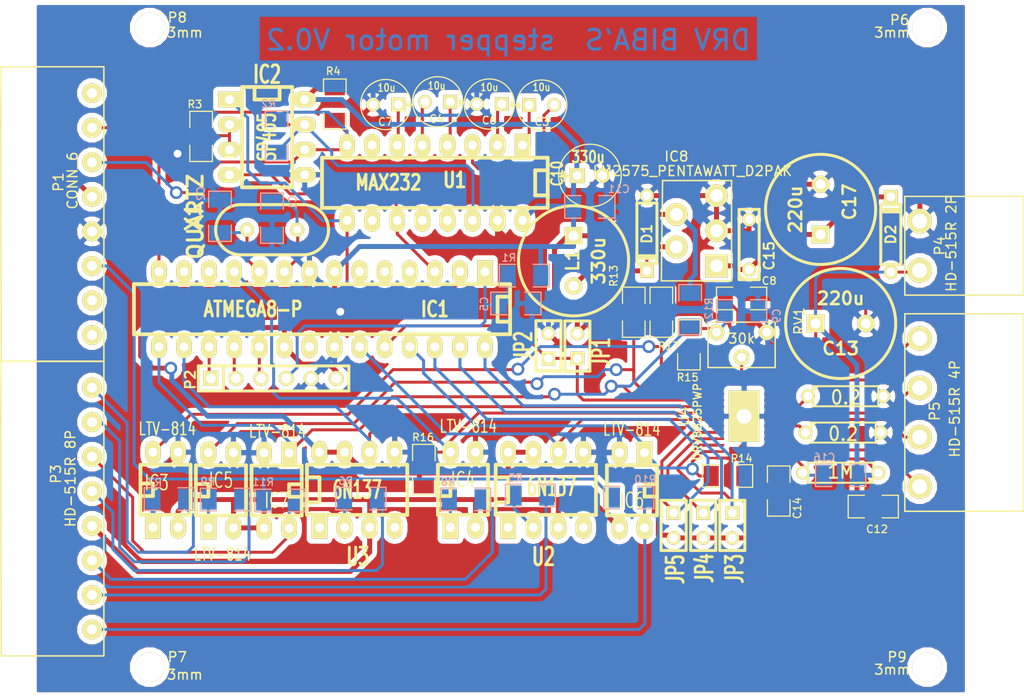
<source format=kicad_pcb>
(kicad_pcb (version 3) (host pcbnew "(2013-may-18)-stable")
  (layers (15 F.Cu signal) (0 B.Cu signal) (18 B.Paste user) (19 F.Paste user) (20 B.SilkS user) (21 F.SilkS user) (22 B.Mask user) (23 F.Mask user) (28 Edge.Cuts user))
  (net 0 "")
  (net 1 +3.3V)
  (net 2 +36V)
  (net 3 +5V)
  (net 4 /DECAY)
  (net 5 /DIR)
  (net 6 /ENBL)
  (net 7 /FAULT)
  (net 8 /HOME)
  (net 9 /M0)
  (net 10 /M1)
  (net 11 /M2)
  (net 12 /MISO)
  (net 13 /MOSI)
  (net 14 /PB2)
  (net 15 /REF)
  (net 16 /RESET)
  (net 17 /RRX)
  (net 18 /RST)
  (net 19 /RTX)
  (net 20 /RXD)
  (net 21 /SCL)
  (net 22 /SLEEP)
  (net 23 /STEP)
  (net 24 /TXD)
  (net 25 /X+)
  (net 26 GND)
  (net 27 GNDPWR)
  (net 28 N-0000010)
  (net 29 N-0000011)
  (net 30 N-0000014)
  (net 31 N-0000018)
  (net 32 N-000002)
  (net 33 N-0000020)
  (net 34 N-0000021)
  (net 35 N-0000022)
  (net 36 N-000003)
  (net 37 N-0000034)
  (net 38 N-0000035)
  (net 39 N-0000036)
  (net 40 N-0000037)
  (net 41 N-0000038)
  (net 42 N-0000039)
  (net 43 N-000004)
  (net 44 N-0000040)
  (net 45 N-0000041)
  (net 46 N-0000042)
  (net 47 N-0000043)
  (net 48 N-0000049)
  (net 49 N-000005)
  (net 50 N-0000052)
  (net 51 N-0000053)
  (net 52 N-0000054)
  (net 53 N-0000055)
  (net 54 N-0000057)
  (net 55 N-0000059)
  (net 56 N-000006)
  (net 57 N-0000060)
  (net 58 N-0000061)
  (net 59 N-000009)
  (module SM1206 (layer B.Cu) (at 230.3526 120.2944)
    (fp_text reference R11 (at -1.7018 -1.8796) (layer B.SilkS) (effects (font (size 0.762 0.762) (thickness 0.127)) (justify mirror)))
    (fp_text value 4.7k hide)
    (pad 1 smd rect (at -1.651 0) (size 1.524 2.032) (layers B.Cu B.Paste B.Mask) (net 25 /X+))
    (pad 2 smd rect (at 1.651 0) (size 1.524 2.032) (layers B.Cu B.Paste B.Mask) (net 59 N-000009))
  )
  (module SM1206 (layer F.Cu) (at 244.9322 117.1448 90)
    (fp_text reference R16 (at 3.2512 -0.0762 180) (layer F.SilkS) (effects (font (size 0.762 0.762) (thickness 0.127))))
    (fp_text value 4.7k hide)
    (pad 1 smd rect (at -1.651 0 90) (size 1.524 2.032) (layers F.Cu F.Paste F.Mask) (net 3 +5V))
    (pad 2 smd rect (at 1.651 0 90) (size 1.524 2.032) (layers F.Cu F.Paste F.Mask) (net 6 /ENBL))
  )
  (module SM1206 (layer F.Cu) (at 275.6916 117.8052 180)
    (fp_text reference R14 (at -1.4224 1.778 180) (layer F.SilkS) (effects (font (size 0.762 0.762) (thickness 0.127))))
    (fp_text value 4.7k hide)
    (pad 1 smd rect (at -1.651 0 180) (size 1.524 2.032) (layers F.Cu F.Paste F.Mask) (net 3 +5V))
    (pad 2 smd rect (at 1.651 0 180) (size 1.524 2.032) (layers F.Cu F.Paste F.Mask) (net 8 /HOME))
  )
  (module SM1206 (layer B.Cu) (at 277.114 101.092)
    (fp_text reference C9 (at 3.556 0.508 90) (layer B.SilkS) (effects (font (size 0.762 0.762) (thickness 0.127)) (justify mirror)))
    (fp_text value 220n hide)
    (pad 1 smd rect (at -1.651 0) (size 1.524 2.032) (layers B.Cu B.Paste B.Mask) (net 53 N-0000055))
    (pad 2 smd rect (at 1.651 0) (size 1.524 2.032) (layers B.Cu B.Paste B.Mask) (net 26 GND))
  )
  (module SM1206 (layer F.Cu) (at 277.114 99.822)
    (fp_text reference C8 (at 2.794 -1.778) (layer F.SilkS) (effects (font (size 0.762 0.762) (thickness 0.127))))
    (fp_text value 220n hide)
    (pad 1 smd rect (at -1.651 0) (size 1.524 2.032) (layers F.Cu F.Paste F.Mask) (net 1 +3.3V))
    (pad 2 smd rect (at 1.651 0) (size 1.524 2.032) (layers F.Cu F.Paste F.Mask) (net 26 GND))
  )
  (module SM1206 (layer F.Cu) (at 266.192 101.219 270)
    (fp_text reference R13 (at -3.683 2.032 270) (layer F.SilkS) (effects (font (size 0.762 0.762) (thickness 0.127))))
    (fp_text value 4.7k hide)
    (pad 1 smd rect (at -1.651 0 270) (size 1.524 2.032) (layers F.Cu F.Paste F.Mask) (net 3 +5V))
    (pad 2 smd rect (at 1.651 0 270) (size 1.524 2.032) (layers F.Cu F.Paste F.Mask) (net 22 /SLEEP))
  )
  (module SM1206 (layer F.Cu) (at 271.78 104.521 270)
    (fp_text reference R15 (at 3.302 0.127 360) (layer F.SilkS) (effects (font (size 0.762 0.762) (thickness 0.127))))
    (fp_text value 50k hide)
    (pad 1 smd rect (at -1.651 0 270) (size 1.524 2.032) (layers F.Cu F.Paste F.Mask) (net 53 N-0000055))
    (pad 2 smd rect (at 1.651 0 270) (size 1.524 2.032) (layers F.Cu F.Paste F.Mask) (net 1 +3.3V))
  )
  (module SM1206 (layer B.Cu) (at 271.907 100.965 270)
    (fp_text reference R12 (at -0.127 -1.905 270) (layer B.SilkS) (effects (font (size 0.762 0.762) (thickness 0.127)) (justify mirror)))
    (fp_text value 4.7k hide)
    (pad 1 smd rect (at -1.651 0 270) (size 1.524 2.032) (layers B.Cu B.Paste B.Mask) (net 3 +5V))
    (pad 2 smd rect (at 1.651 0 270) (size 1.524 2.032) (layers B.Cu B.Paste B.Mask) (net 7 /FAULT))
  )
  (module SM1206 (layer F.Cu) (at 280.8732 119.3292 270)
    (fp_text reference C14 (at 1.7272 -1.8796 270) (layer F.SilkS) (effects (font (size 0.762 0.762) (thickness 0.127))))
    (fp_text value 10n hide)
    (pad 1 smd rect (at -1.651 0 270) (size 1.524 2.032) (layers F.Cu F.Paste F.Mask) (net 38 N-0000035))
    (pad 2 smd rect (at 1.651 0 270) (size 1.524 2.032) (layers F.Cu F.Paste F.Mask) (net 42 N-0000039))
  )
  (module SM1206 (layer F.Cu) (at 268.986 101.219 270)
    (fp_text reference R17 (at 3.429 -0.762 360) (layer F.SilkS) (effects (font (size 0.762 0.762) (thickness 0.127))))
    (fp_text value 4.7k hide)
    (pad 1 smd rect (at -1.651 0 270) (size 1.524 2.032) (layers F.Cu F.Paste F.Mask) (net 3 +5V))
    (pad 2 smd rect (at 1.651 0 270) (size 1.524 2.032) (layers F.Cu F.Paste F.Mask) (net 18 /RST))
  )
  (module SM1206 (layer B.Cu) (at 229.5525 91.694 270)
    (fp_text reference C1 (at -1.5748 -2.0955 270) (layer B.SilkS) (effects (font (size 0.762 0.762) (thickness 0.127)) (justify mirror)))
    (fp_text value 12p hide)
    (pad 1 smd rect (at -1.651 0 270) (size 1.524 2.032) (layers B.Cu B.Paste B.Mask) (net 35 N-0000022))
    (pad 2 smd rect (at 1.651 0 270) (size 1.524 2.032) (layers B.Cu B.Paste B.Mask) (net 26 GND))
  )
  (module SM1206 (layer B.Cu) (at 224.282 91.5035 270)
    (fp_text reference C2 (at -2.2987 1.9304 270) (layer B.SilkS) (effects (font (size 0.762 0.762) (thickness 0.127)) (justify mirror)))
    (fp_text value 12p hide)
    (pad 1 smd rect (at -1.651 0 270) (size 1.524 2.032) (layers B.Cu B.Paste B.Mask) (net 26 GND))
    (pad 2 smd rect (at 1.651 0 270) (size 1.524 2.032) (layers B.Cu B.Paste B.Mask) (net 34 N-0000021))
  )
  (module SM1206 (layer B.Cu) (at 255.1176 97.5106 180)
    (fp_text reference R1 (at 1.5748 1.8034 180) (layer B.SilkS) (effects (font (size 0.762 0.762) (thickness 0.127)) (justify mirror)))
    (fp_text value 10k hide)
    (pad 1 smd rect (at -1.651 0 180) (size 1.524 2.032) (layers B.Cu B.Paste B.Mask) (net 3 +5V))
    (pad 2 smd rect (at 1.651 0 180) (size 1.524 2.032) (layers B.Cu B.Paste B.Mask) (net 16 /RESET))
  )
  (module SM1206 (layer B.Cu) (at 254.254 100.33)
    (fp_text reference C5 (at -3.2004 0.0508 90) (layer B.SilkS) (effects (font (size 0.762 0.762) (thickness 0.127)) (justify mirror)))
    (fp_text value 680n hide)
    (pad 1 smd rect (at -1.651 0) (size 1.524 2.032) (layers B.Cu B.Paste B.Mask) (net 16 /RESET))
    (pad 2 smd rect (at 1.651 0) (size 1.524 2.032) (layers B.Cu B.Paste B.Mask) (net 26 GND))
  )
  (module SM1206 (layer B.Cu) (at 224.8408 120.1928 180)
    (fp_text reference R9 (at 1.778 1.8288 180) (layer B.SilkS) (effects (font (size 0.762 0.762) (thickness 0.127)) (justify mirror)))
    (fp_text value 4.7k hide)
    (pad 1 smd rect (at -1.651 0 180) (size 1.524 2.032) (layers B.Cu B.Paste B.Mask) (net 29 N-0000011))
    (pad 2 smd rect (at 1.651 0 180) (size 1.524 2.032) (layers B.Cu B.Paste B.Mask) (net 57 N-0000060))
  )
  (module SM1206 (layer B.Cu) (at 261.747 90.551)
    (fp_text reference C11 (at 2.921 -1.8034) (layer B.SilkS) (effects (font (size 0.762 0.762) (thickness 0.127)) (justify mirror)))
    (fp_text value 220n hide)
    (pad 1 smd rect (at -1.651 0) (size 1.524 2.032) (layers B.Cu B.Paste B.Mask) (net 3 +5V))
    (pad 2 smd rect (at 1.651 0) (size 1.524 2.032) (layers B.Cu B.Paste B.Mask) (net 26 GND))
  )
  (module SM1206 (layer B.Cu) (at 249.174 120.1674 180)
    (fp_text reference R8 (at 1.778 1.7526 180) (layer B.SilkS) (effects (font (size 0.762 0.762) (thickness 0.127)) (justify mirror)))
    (fp_text value 4.7k hide)
    (pad 1 smd rect (at -1.651 0 180) (size 1.524 2.032) (layers B.Cu B.Paste B.Mask) (net 28 N-0000010))
    (pad 2 smd rect (at 1.651 0 180) (size 1.524 2.032) (layers B.Cu B.Paste B.Mask) (net 55 N-0000059))
  )
  (module SM1206 (layer B.Cu) (at 219.1512 120.142 180)
    (fp_text reference R7 (at 1.4732 1.6764 180) (layer B.SilkS) (effects (font (size 0.762 0.762) (thickness 0.127)) (justify mirror)))
    (fp_text value 4.7k hide)
    (pad 1 smd rect (at -1.651 0 180) (size 1.524 2.032) (layers B.Cu B.Paste B.Mask) (net 31 N-0000018))
    (pad 2 smd rect (at 1.651 0 180) (size 1.524 2.032) (layers B.Cu B.Paste B.Mask) (net 54 N-0000057))
  )
  (module SM1206 (layer B.Cu) (at 255.7272 119.7864 180)
    (fp_text reference R5 (at 1.524 1.778 180) (layer B.SilkS) (effects (font (size 0.762 0.762) (thickness 0.127)) (justify mirror)))
    (fp_text value 4.7k hide)
    (pad 1 smd rect (at -1.651 0 180) (size 1.524 2.032) (layers B.Cu B.Paste B.Mask) (net 33 N-0000020))
    (pad 2 smd rect (at 1.651 0 180) (size 1.524 2.032) (layers B.Cu B.Paste B.Mask) (net 52 N-0000054))
  )
  (module SM1206 (layer B.Cu) (at 238.5568 120.0912 180)
    (fp_text reference R6 (at 1.524 1.778 180) (layer B.SilkS) (effects (font (size 0.762 0.762) (thickness 0.127)) (justify mirror)))
    (fp_text value 4.7k hide)
    (pad 1 smd rect (at -1.651 0 180) (size 1.524 2.032) (layers B.Cu B.Paste B.Mask) (net 47 N-0000043))
    (pad 2 smd rect (at 1.651 0 180) (size 1.524 2.032) (layers B.Cu B.Paste B.Mask) (net 51 N-0000053))
  )
  (module SM1206 (layer B.Cu) (at 265.684 119.9896)
    (fp_text reference R10 (at 1.6764 -1.8288) (layer B.SilkS) (effects (font (size 0.762 0.762) (thickness 0.127)) (justify mirror)))
    (fp_text value 4.7k hide)
    (pad 1 smd rect (at -1.651 0) (size 1.524 2.032) (layers B.Cu B.Paste B.Mask) (net 25 /X+))
    (pad 2 smd rect (at 1.651 0) (size 1.524 2.032) (layers B.Cu B.Paste B.Mask) (net 50 N-0000052))
  )
  (module SIL-2 (layer F.Cu) (at 257.556 104.6226 90)
    (fp_text reference JP2 (at 0 -2.54 90) (layer F.SilkS) (effects (font (size 1.72974 1.08712) (thickness 0.3048))))
    (fp_text value JUMPER hide)
    (pad 1 thru_hole rect (at -1.27 0 90) (size 1.397 1.397) (drill 0.9) (layers *.Cu *.Mask F.SilkS) (net 4 /DECAY))
    (pad 2 thru_hole circle (at 1.27 0 90) (size 1.397 1.397) (drill 0.9) (layers *.Cu *.Mask F.SilkS) (net 26 GND))
  )
  (module SIL-2 (layer F.Cu) (at 270.2306 122.809 270)
    (fp_text reference JP5 (at 4.445 -0.1778 270) (layer F.SilkS) (effects (font (size 1.72974 1.08712) (thickness 0.3048))))
    (fp_text value JUMPER hide)
    (pad 1 thru_hole rect (at -1.27 0 270) (size 1.397 1.397) (drill 0.9) (layers *.Cu *.Mask F.SilkS) (net 9 /M0))
    (pad 2 thru_hole circle (at 1.27 0 270) (size 1.397 1.397) (drill 0.9) (layers *.Cu *.Mask F.SilkS) (net 3 +5V))
  )
  (module SIL-2 (layer F.Cu) (at 273.2278 122.809 270)
    (fp_text reference JP4 (at 4.3434 -0.127 270) (layer F.SilkS) (effects (font (size 1.72974 1.08712) (thickness 0.3048))))
    (fp_text value JUMPER hide)
    (pad 1 thru_hole rect (at -1.27 0 270) (size 1.397 1.397) (drill 0.9) (layers *.Cu *.Mask F.SilkS) (net 10 /M1))
    (pad 2 thru_hole circle (at 1.27 0 270) (size 1.397 1.397) (drill 0.9) (layers *.Cu *.Mask F.SilkS) (net 3 +5V))
  )
  (module SIL-2 (layer F.Cu) (at 260.477 104.648 90)
    (fp_text reference JP1 (at -0.6096 2.413 90) (layer F.SilkS) (effects (font (size 1.72974 1.08712) (thickness 0.3048))))
    (fp_text value JUMPER hide)
    (pad 1 thru_hole rect (at -1.27 0 90) (size 1.397 1.397) (drill 0.9) (layers *.Cu *.Mask F.SilkS) (net 4 /DECAY))
    (pad 2 thru_hole circle (at 1.27 0 90) (size 1.397 1.397) (drill 0.9) (layers *.Cu *.Mask F.SilkS) (net 3 +5V))
  )
  (module SIL-2 (layer F.Cu) (at 276.1742 122.809 270)
    (fp_text reference JP3 (at 4.3942 -0.2286 270) (layer F.SilkS) (effects (font (size 1.72974 1.08712) (thickness 0.3048))))
    (fp_text value JUMPER hide)
    (pad 1 thru_hole rect (at -1.27 0 270) (size 1.397 1.397) (drill 0.9) (layers *.Cu *.Mask F.SilkS) (net 11 /M2))
    (pad 2 thru_hole circle (at 1.27 0 270) (size 1.397 1.397) (drill 0.9) (layers *.Cu *.Mask F.SilkS) (net 3 +5V))
  )
  (module R3 (layer F.Cu) (at 287.401 113.411)
    (fp_text reference R20 hide)
    (fp_text value 0.2 (at 0 0.127) (layer F.SilkS) (effects (font (size 1.397 1.27) (thickness 0.2032))))
    (pad 1 thru_hole circle (at -3.81 0) (size 1.397 1.397) (drill 0.9) (layers *.Cu *.Mask F.SilkS) (net 44 N-0000040))
    (pad 2 thru_hole circle (at 3.81 0) (size 1.397 1.397) (drill 0.9) (layers *.Cu *.Mask F.SilkS) (net 26 GND))
  )
  (module R3 (layer F.Cu) (at 287.147 117.475 180)
    (fp_text reference R18 hide)
    (fp_text value 1M (at 0 0.127 180) (layer F.SilkS) (effects (font (size 1.397 1.27) (thickness 0.2032))))
    (pad 1 thru_hole circle (at -3.81 0 180) (size 1.397 1.397) (drill 0.9) (layers *.Cu *.Mask F.SilkS) (net 2 +36V))
    (pad 2 thru_hole circle (at 3.81 0 180) (size 1.397 1.397) (drill 0.9) (layers *.Cu *.Mask F.SilkS) (net 46 N-0000042))
  )
  (module R3 (layer F.Cu) (at 287.655 109.728)
    (fp_text reference R19 hide)
    (fp_text value 0.2 (at 0 0.127) (layer F.SilkS) (effects (font (size 1.397 1.27) (thickness 0.2032))))
    (pad 1 thru_hole circle (at -3.81 0) (size 1.397 1.397) (drill 0.9) (layers *.Cu *.Mask F.SilkS) (net 45 N-0000041))
    (pad 2 thru_hole circle (at 3.81 0) (size 1.397 1.397) (drill 0.9) (layers *.Cu *.Mask F.SilkS) (net 26 GND))
  )
  (module PIN_ARRAY-6X1 (layer F.Cu) (at 229.7176 107.9246)
    (fp_text reference P2 (at -8.4328 0.127 90) (layer F.SilkS) (effects (font (size 1.016 1.016) (thickness 0.2032))))
    (fp_text value HN1X6 hide)
    (pad 1 thru_hole rect (at -6.35 0) (size 1.524 1.524) (drill 1) (layers *.Cu *.Mask F.SilkS) (net 13 /MOSI))
    (pad 2 thru_hole circle (at -3.81 0) (size 1.524 1.524) (drill 1) (layers *.Cu *.Mask F.SilkS) (net 12 /MISO))
    (pad 3 thru_hole circle (at -1.27 0) (size 1.524 1.524) (drill 1) (layers *.Cu *.Mask F.SilkS) (net 21 /SCL))
    (pad 4 thru_hole circle (at 1.27 0) (size 1.524 1.524) (drill 1) (layers *.Cu *.Mask F.SilkS) (net 16 /RESET))
    (pad 5 thru_hole circle (at 3.81 0) (size 1.524 1.524) (drill 1) (layers *.Cu *.Mask F.SilkS) (net 26 GND))
    (pad 6 thru_hole circle (at 6.35 0) (size 1.524 1.524) (drill 1) (layers *.Cu *.Mask F.SilkS) (net 3 +5V))
  )
  (module HC-49V (layer F.Cu) (at 229.5652 92.8624 180)
    (fp_text reference X1 (at 7.9756 1.3208 270) (layer F.SilkS) (effects (font (size 1.524 1.524) (thickness 0.3048))))
    (fp_text value QUARTZ (at 7.7724 1.3208 270) (layer F.SilkS) (effects (font (size 1.524 1.524) (thickness 0.3048))))
    (pad 1 thru_hole circle (at -2.54 0 180) (size 1.4224 1.4224) (drill 0.8) (layers *.Cu *.Mask F.SilkS) (net 35 N-0000022))
    (pad 2 thru_hole circle (at 2.54 0 180) (size 1.4224 1.4224) (drill 0.8) (layers *.Cu *.Mask F.SilkS) (net 34 N-0000021))
  )
  (module DIP-8__300_ELL (layer F.Cu) (at 238.1758 119.2022)
    (fp_text reference U3 (at 0.0762 6.7818) (layer F.SilkS) (effects (font (size 1.778 1.143) (thickness 0.3048))))
    (fp_text value 6N137 (at 0 0) (layer F.SilkS) (effects (font (size 1.778 1.016) (thickness 0.3048))))
    (pad 1 thru_hole rect (at -3.81 3.81) (size 1.5748 2.286) (drill 0.9) (layers *.Cu *.Mask F.SilkS))
    (pad 2 thru_hole oval (at -1.27 3.81) (size 1.5748 2.286) (drill 0.9) (layers *.Cu *.Mask F.SilkS) (net 51 N-0000053))
    (pad 3 thru_hole oval (at 1.27 3.81) (size 1.5748 2.286) (drill 0.9) (layers *.Cu *.Mask F.SilkS) (net 27 GNDPWR))
    (pad 4 thru_hole oval (at 3.81 3.81) (size 1.5748 2.286) (drill 0.9) (layers *.Cu *.Mask F.SilkS))
    (pad 5 thru_hole oval (at 3.81 -3.81) (size 1.5748 2.286) (drill 0.9) (layers *.Cu *.Mask F.SilkS) (net 26 GND))
    (pad 6 thru_hole oval (at 1.27 -3.81) (size 1.5748 2.286) (drill 0.9) (layers *.Cu *.Mask F.SilkS) (net 5 /DIR))
    (pad 7 thru_hole oval (at -1.27 -3.81) (size 1.5748 2.286) (drill 0.9) (layers *.Cu *.Mask F.SilkS) (net 3 +5V))
    (pad 8 thru_hole oval (at -3.81 -3.81) (size 1.5748 2.286) (drill 0.9) (layers *.Cu *.Mask F.SilkS) (net 3 +5V))
  )
  (module DIP-8__300_ELL (layer F.Cu) (at 257.28676 119.20728)
    (fp_text reference U2 (at -0.23876 6.77672) (layer F.SilkS) (effects (font (size 1.778 1.143) (thickness 0.3048))))
    (fp_text value 6N137 (at 0.5842 -0.2921) (layer F.SilkS) (effects (font (size 1.778 1.016) (thickness 0.3048))))
    (pad 1 thru_hole rect (at -3.81 3.81) (size 1.5748 2.286) (drill 0.9) (layers *.Cu *.Mask F.SilkS))
    (pad 2 thru_hole oval (at -1.27 3.81) (size 1.5748 2.286) (drill 0.9) (layers *.Cu *.Mask F.SilkS) (net 52 N-0000054))
    (pad 3 thru_hole oval (at 1.27 3.81) (size 1.5748 2.286) (drill 0.9) (layers *.Cu *.Mask F.SilkS) (net 27 GNDPWR))
    (pad 4 thru_hole oval (at 3.81 3.81) (size 1.5748 2.286) (drill 0.9) (layers *.Cu *.Mask F.SilkS))
    (pad 5 thru_hole oval (at 3.81 -3.81) (size 1.5748 2.286) (drill 0.9) (layers *.Cu *.Mask F.SilkS) (net 26 GND))
    (pad 6 thru_hole oval (at 1.27 -3.81) (size 1.5748 2.286) (drill 0.9) (layers *.Cu *.Mask F.SilkS) (net 23 /STEP))
    (pad 7 thru_hole oval (at -1.27 -3.81) (size 1.5748 2.286) (drill 0.9) (layers *.Cu *.Mask F.SilkS) (net 3 +5V))
    (pad 8 thru_hole oval (at -3.81 -3.81) (size 1.5748 2.286) (drill 0.9) (layers *.Cu *.Mask F.SilkS) (net 3 +5V))
  )
  (module DIP-16__300_ELL (layer F.Cu) (at 246.0498 88.1126 180)
    (fp_text reference U1 (at -2.0066 0.2794 180) (layer F.SilkS) (effects (font (size 1.524 1.143) (thickness 0.3048))))
    (fp_text value MAX232 (at 4.699 0.0254 180) (layer F.SilkS) (effects (font (size 1.524 1.143) (thickness 0.3048))))
    (pad 1 thru_hole rect (at -8.89 3.81 180) (size 1.5748 2.286) (drill 0.9) (layers *.Cu *.Mask F.SilkS) (net 43 N-000004))
    (pad 2 thru_hole oval (at -6.35 3.81 180) (size 1.5748 2.286) (drill 0.9) (layers *.Cu *.Mask F.SilkS) (net 32 N-000002))
    (pad 3 thru_hole oval (at -3.81 3.81 180) (size 1.5748 2.286) (drill 0.9) (layers *.Cu *.Mask F.SilkS) (net 36 N-000003))
    (pad 4 thru_hole oval (at -1.27 3.81 180) (size 1.5748 2.286) (drill 0.9) (layers *.Cu *.Mask F.SilkS) (net 56 N-000006))
    (pad 5 thru_hole oval (at 1.27 3.81 180) (size 1.5748 2.286) (drill 0.9) (layers *.Cu *.Mask F.SilkS) (net 49 N-000005))
    (pad 6 thru_hole oval (at 3.81 3.81 180) (size 1.5748 2.286) (drill 0.9) (layers *.Cu *.Mask F.SilkS) (net 30 N-0000014))
    (pad 7 thru_hole oval (at 6.35 3.81 180) (size 1.5748 2.286) (drill 0.9) (layers *.Cu *.Mask F.SilkS))
    (pad 8 thru_hole oval (at 8.89 3.81 180) (size 1.5748 2.286) (drill 0.9) (layers *.Cu *.Mask F.SilkS) (net 17 /RRX))
    (pad 9 thru_hole oval (at 8.89 -3.81 180) (size 1.5748 2.286) (drill 0.9) (layers *.Cu *.Mask F.SilkS) (net 20 /RXD))
    (pad 10 thru_hole oval (at 6.35 -3.81 180) (size 1.5748 2.286) (drill 0.9) (layers *.Cu *.Mask F.SilkS))
    (pad 11 thru_hole oval (at 3.81 -3.81 180) (size 1.5748 2.286) (drill 0.9) (layers *.Cu *.Mask F.SilkS) (net 24 /TXD))
    (pad 12 thru_hole oval (at 1.27 -3.81 180) (size 1.5748 2.286) (drill 0.9) (layers *.Cu *.Mask F.SilkS))
    (pad 13 thru_hole oval (at -1.27 -3.81 180) (size 1.5748 2.286) (drill 0.9) (layers *.Cu *.Mask F.SilkS))
    (pad 14 thru_hole oval (at -3.81 -3.81 180) (size 1.5748 2.286) (drill 0.9) (layers *.Cu *.Mask F.SilkS) (net 19 /RTX))
    (pad 15 thru_hole oval (at -6.35 -3.81 180) (size 1.5748 2.286) (drill 0.9) (layers *.Cu *.Mask F.SilkS) (net 26 GND))
    (pad 16 thru_hole oval (at -8.89 -3.81 180) (size 1.5748 2.286) (drill 0.9) (layers *.Cu *.Mask F.SilkS) (net 3 +5V))
  )
  (module D3 (layer F.Cu) (at 292.227 93.345 90)
    (fp_text reference D2 (at 0 0 90) (layer F.SilkS) (effects (font (size 1.016 1.016) (thickness 0.2032))))
    (fp_text value 1N4001 hide)
    (pad 2 thru_hole rect (at 3.81 0 90) (size 1.397 1.397) (drill 0.9) (layers *.Cu *.Mask F.SilkS) (net 58 N-0000061))
    (pad 1 thru_hole circle (at -3.81 0 90) (size 1.397 1.397) (drill 0.9) (layers *.Cu *.Mask F.SilkS) (net 2 +36V))
  )
  (module D3 (layer F.Cu) (at 267.5255 93.218 270)
    (fp_text reference D1 (at 0.0635 0 270) (layer F.SilkS) (effects (font (size 1.016 1.016) (thickness 0.2032))))
    (fp_text value 1N5819GLX hide)
    (pad 2 thru_hole rect (at 3.81 0 270) (size 1.397 1.397) (drill 0.9) (layers *.Cu *.Mask F.SilkS) (net 48 N-0000049))
    (pad 1 thru_hole circle (at -3.81 0 270) (size 1.397 1.397) (drill 0.9) (layers *.Cu *.Mask F.SilkS) (net 26 GND))
  )
  (module C2V10 (layer F.Cu) (at 287.147 102.362)
    (fp_text reference C13 (at 0 2.54) (layer F.SilkS) (effects (font (size 1.27 1.27) (thickness 0.254))))
    (fp_text value 220u (at 0 -2.54) (layer F.SilkS) (effects (font (size 1.27 1.27) (thickness 0.254))))
    (pad 1 thru_hole rect (at -2.54 0) (size 1.778 1.778) (drill 1) (layers *.Cu *.Mask F.SilkS) (net 2 +36V))
    (pad 2 thru_hole circle (at 2.54 0) (size 1.778 1.778) (drill 1) (layers *.Cu *.Mask F.SilkS) (net 26 GND))
  )
  (module C2V10 (layer F.Cu) (at 285.115 90.805 90)
    (fp_text reference C17 (at 0.762 2.921 90) (layer F.SilkS) (effects (font (size 1.27 1.27) (thickness 0.254))))
    (fp_text value 220u (at 0 -2.54 90) (layer F.SilkS) (effects (font (size 1.27 1.27) (thickness 0.254))))
    (pad 1 thru_hole rect (at -2.54 0 90) (size 1.778 1.778) (drill 1) (layers *.Cu *.Mask F.SilkS) (net 58 N-0000061))
    (pad 2 thru_hole circle (at 2.54 0 90) (size 1.778 1.778) (drill 1) (layers *.Cu *.Mask F.SilkS) (net 26 GND))
  )
  (module C2V10 (layer F.Cu) (at 260.096 96.012 270)
    (fp_text reference L1 (at -0.0508 0.1016 270) (layer F.SilkS) (effects (font (size 1.27 1.27) (thickness 0.254))))
    (fp_text value 330u (at 0 -2.54 270) (layer F.SilkS) (effects (font (size 1.27 1.27) (thickness 0.254))))
    (pad 1 thru_hole rect (at -2.54 0 270) (size 1.778 1.778) (drill 1) (layers *.Cu *.Mask F.SilkS) (net 3 +5V))
    (pad 2 thru_hole circle (at 2.54 0 270) (size 1.778 1.778) (drill 1) (layers *.Cu *.Mask F.SilkS) (net 48 N-0000049))
  )
  (module C2 (layer F.Cu) (at 277.876 94.361 90)
    (fp_text reference C15 (at -1.143 2.032 90) (layer F.SilkS) (effects (font (size 1.016 1.016) (thickness 0.2032))))
    (fp_text value 220n hide)
    (pad 1 thru_hole circle (at -2.54 0 90) (size 1.397 1.397) (drill 0.9) (layers *.Cu *.Mask F.SilkS) (net 58 N-0000061))
    (pad 2 thru_hole circle (at 2.54 0 90) (size 1.397 1.397) (drill 0.9) (layers *.Cu *.Mask F.SilkS) (net 26 GND))
  )
  (module C1V7 (layer F.Cu) (at 261.747 87.376)
    (fp_text reference C10 (at -3.3274 -0.2032 90) (layer F.SilkS) (effects (font (size 1.143 0.889) (thickness 0.2032))))
    (fp_text value 330u (at -0.1778 -1.8796) (layer F.SilkS) (effects (font (size 1.143 0.889) (thickness 0.2032))))
    (fp_text user + (at -2.54 0) (layer F.SilkS) (effects (font (size 1.143 1.143) (thickness 0.3048))))
    (pad 1 thru_hole rect (at -1.27 0) (size 1.524 1.524) (drill 0.9) (layers *.Cu *.Mask F.SilkS) (net 3 +5V))
    (pad 2 thru_hole circle (at 1.27 0) (size 1.524 1.524) (drill 0.9) (layers *.Cu *.Mask F.SilkS) (net 26 GND))
  )
  (module C1V5 (layer F.Cu) (at 246.3292 79.9084 180)
    (fp_text reference C4 (at 0.1016 -1.7272 180) (layer F.SilkS) (effects (font (size 0.762 0.762) (thickness 0.127))))
    (fp_text value 10u (at 0.1016 1.6256 180) (layer F.SilkS) (effects (font (size 0.762 0.635) (thickness 0.127))))
    (fp_text user + (at -2.286 0 180) (layer F.SilkS) (effects (font (size 0.762 0.762) (thickness 0.2032))))
    (pad 1 thru_hole rect (at -1.27 0 180) (size 1.397 1.397) (drill 0.9) (layers *.Cu *.Mask F.SilkS) (net 56 N-000006))
    (pad 2 thru_hole circle (at 1.27 0 180) (size 1.397 1.397) (drill 0.9) (layers *.Cu *.Mask F.SilkS) (net 49 N-000005))
  )
  (module C1V5 (layer F.Cu) (at 256.8702 80.2386)
    (fp_text reference C3 (at 0.0254 1.7018) (layer F.SilkS) (effects (font (size 0.762 0.762) (thickness 0.127))))
    (fp_text value 10u (at -0.0254 -1.8034) (layer F.SilkS) (effects (font (size 0.762 0.635) (thickness 0.127))))
    (fp_text user + (at -2.286 0) (layer F.SilkS) (effects (font (size 0.762 0.762) (thickness 0.2032))))
    (pad 1 thru_hole rect (at -1.27 0) (size 1.397 1.397) (drill 0.9) (layers *.Cu *.Mask F.SilkS) (net 43 N-000004))
    (pad 2 thru_hole circle (at 1.27 0) (size 1.397 1.397) (drill 0.9) (layers *.Cu *.Mask F.SilkS) (net 36 N-000003))
  )
  (module C1V5 (layer F.Cu) (at 251.5616 80.137 180)
    (fp_text reference C6 (at 0 -1.651 180) (layer F.SilkS) (effects (font (size 0.762 0.762) (thickness 0.127))))
    (fp_text value 10u (at 0 1.7018 180) (layer F.SilkS) (effects (font (size 0.762 0.635) (thickness 0.127))))
    (fp_text user + (at -2.286 0 180) (layer F.SilkS) (effects (font (size 0.762 0.762) (thickness 0.2032))))
    (pad 1 thru_hole rect (at -1.27 0 180) (size 1.397 1.397) (drill 0.9) (layers *.Cu *.Mask F.SilkS) (net 32 N-000002))
    (pad 2 thru_hole circle (at 1.27 0 180) (size 1.397 1.397) (drill 0.9) (layers *.Cu *.Mask F.SilkS) (net 26 GND))
  )
  (module C1V5 (layer F.Cu) (at 241.0714 80.1878 180)
    (fp_text reference C7 (at 0.0254 -1.7526 180) (layer F.SilkS) (effects (font (size 0.762 0.762) (thickness 0.127))))
    (fp_text value 10u (at -0.0762 1.7018 180) (layer F.SilkS) (effects (font (size 0.762 0.635) (thickness 0.127))))
    (fp_text user + (at -2.286 0 180) (layer F.SilkS) (effects (font (size 0.762 0.762) (thickness 0.2032))))
    (pad 1 thru_hole rect (at -1.27 0 180) (size 1.397 1.397) (drill 0.9) (layers *.Cu *.Mask F.SilkS) (net 30 N-0000014))
    (pad 2 thru_hole circle (at 1.27 0 180) (size 1.397 1.397) (drill 0.9) (layers *.Cu *.Mask F.SilkS) (net 26 GND))
  )
  (module LM2575 (layer F.Cu) (at 270.51 92.964 90)
    (fp_text reference IC8 (at 7.5184 0 180) (layer F.SilkS))
    (fp_text value LM2575_PENTAWATT_D2PAK (at 6.0452 1.6256 180) (layer F.SilkS))
    (pad 5 thru_hole circle (at 3.556 4.064 90) (size 2.3 2.3) (drill 1.3) (layers *.Cu *.Mask F.SilkS) (net 26 GND))
    (pad 1 thru_hole rect (at -3.556 4.064 90) (size 2.3 2.3) (drill 1.3) (layers *.Cu *.Mask F.SilkS) (net 58 N-0000061))
    (pad 3 thru_hole circle (at 0 4.064 90) (size 2.3 2.3) (drill 1.3) (layers *.Cu *.Mask F.SilkS) (net 26 GND))
    (pad 4 thru_hole circle (at 1.651 0 90) (size 2.3 2.3) (drill 1.3) (layers *.Cu *.Mask F.SilkS) (net 3 +5V))
    (pad 2 thru_hole circle (at -1.651 0 90) (size 2.3 2.3) (drill 1.3) (layers *.Cu *.Mask F.SilkS) (net 48 N-0000049))
  )
  (module HD-515-4P (layer F.Cu) (at 295.148 111.379 90)
    (fp_text reference P5 (at 0.127 1.524 90) (layer F.SilkS))
    (fp_text value "HD-515R 4P" (at 0.381 3.556 90) (layer F.SilkS))
    (pad 3 thru_hole circle (at 2.5 0 90) (size 2.5 2.5) (drill 1.5) (layers *.Cu *.Mask F.SilkS) (net 40 N-0000037))
    (pad 2 thru_hole circle (at -2.5 0 90) (size 2.5 2.5) (drill 1.5) (layers *.Cu *.Mask F.SilkS) (net 41 N-0000038))
    (pad 4 thru_hole circle (at 7.5 0 90) (size 2.5 2.5) (drill 1.5) (layers *.Cu *.Mask F.SilkS) (net 39 N-0000036))
    (pad 1 thru_hole circle (at -7.5 0 90) (size 2.5 2.5) (drill 1.5) (layers *.Cu *.Mask F.SilkS) (net 37 N-0000034))
  )
  (module HD-515-2P (layer F.Cu) (at 295.148 94.488 90)
    (fp_text reference P4 (at 0 2.032 90) (layer F.SilkS))
    (fp_text value "HD-515R 2P" (at 0.254 3.2004 90) (layer F.SilkS))
    (pad 2 thru_hole circle (at 2.5 0 90) (size 2.5 2.5) (drill 1.5) (layers *.Cu *.Mask F.SilkS) (net 26 GND))
    (pad 1 thru_hole circle (at -2.5 0 90) (size 2.5 2.5) (drill 1.5) (layers *.Cu *.Mask F.SilkS) (net 2 +36V))
  )
  (module DIP-8__300_ELL (layer F.Cu) (at 229.0572 83.4898 270)
    (fp_text reference IC2 (at -6.35 0 360) (layer F.SilkS) (effects (font (size 1.778 1.143) (thickness 0.3048))))
    (fp_text value SP485 (at 0 0 270) (layer F.SilkS) (effects (font (size 1.778 1.016) (thickness 0.3048))))
    (pad 1 thru_hole rect (at -3.81 3.81 270) (size 1.5748 2.286) (drill 0.9) (layers *.Cu *.Mask F.SilkS) (net 20 /RXD))
    (pad 2 thru_hole oval (at -1.27 3.81 270) (size 1.5748 2.286) (drill 0.9) (layers *.Cu *.Mask F.SilkS) (net 14 /PB2))
    (pad 3 thru_hole oval (at 1.27 3.81 270) (size 1.5748 2.286) (drill 0.9) (layers *.Cu *.Mask F.SilkS) (net 14 /PB2))
    (pad 4 thru_hole oval (at 3.81 3.81 270) (size 1.5748 2.286) (drill 0.9) (layers *.Cu *.Mask F.SilkS) (net 24 /TXD))
    (pad 5 thru_hole oval (at 3.81 -3.81 270) (size 1.5748 2.286) (drill 0.9) (layers *.Cu *.Mask F.SilkS) (net 26 GND))
    (pad 6 thru_hole oval (at 1.27 -3.81 270) (size 1.5748 2.286) (drill 0.9) (layers *.Cu *.Mask F.SilkS) (net 17 /RRX))
    (pad 7 thru_hole oval (at -1.27 -3.81 270) (size 1.5748 2.286) (drill 0.9) (layers *.Cu *.Mask F.SilkS) (net 19 /RTX))
    (pad 8 thru_hole oval (at -3.81 -3.81 270) (size 1.5748 2.286) (drill 0.9) (layers *.Cu *.Mask F.SilkS) (net 3 +5V))
  )
  (module DIP-4__300_ELL (layer F.Cu) (at 248.8946 119.2022)
    (fp_text reference IC4 (at 0 -1.016) (layer F.SilkS) (effects (font (size 1.524 1.016) (thickness 0.1524))))
    (fp_text value LTV-814 (at 0.5334 -6.4262) (layer F.SilkS) (effects (font (size 1.27 0.889) (thickness 0.1524))))
    (pad 1 thru_hole rect (at -1.27 3.81) (size 1.5748 2.286) (drill 0.9) (layers *.Cu *.Mask F.SilkS) (net 55 N-0000059))
    (pad 2 thru_hole oval (at 1.27 3.81) (size 1.5748 2.286) (drill 0.9) (layers *.Cu *.Mask F.SilkS) (net 27 GNDPWR))
    (pad 3 thru_hole oval (at 1.27 -3.81) (size 1.5748 2.286) (drill 0.9) (layers *.Cu *.Mask F.SilkS) (net 26 GND))
    (pad 4 thru_hole oval (at -1.27 -3.81) (size 1.5748 2.286) (drill 0.9) (layers *.Cu *.Mask F.SilkS) (net 6 /ENBL))
  )
  (module DIP-4__300_ELL (layer F.Cu) (at 224.3836 119.253)
    (fp_text reference IC5 (at 0 -1.016) (layer F.SilkS) (effects (font (size 1.524 1.016) (thickness 0.1524))))
    (fp_text value LTV-814 (at 0.1524 6.477) (layer F.SilkS) (effects (font (size 1.27 0.889) (thickness 0.1524))))
    (pad 1 thru_hole rect (at -1.27 3.81) (size 1.5748 2.286) (drill 0.9) (layers *.Cu *.Mask F.SilkS) (net 57 N-0000060))
    (pad 2 thru_hole oval (at 1.27 3.81) (size 1.5748 2.286) (drill 0.9) (layers *.Cu *.Mask F.SilkS) (net 27 GNDPWR))
    (pad 3 thru_hole oval (at 1.27 -3.81) (size 1.5748 2.286) (drill 0.9) (layers *.Cu *.Mask F.SilkS) (net 26 GND))
    (pad 4 thru_hole oval (at -1.27 -3.81) (size 1.5748 2.286) (drill 0.9) (layers *.Cu *.Mask F.SilkS) (net 22 /SLEEP))
  )
  (module DIP-4__300_ELL (layer F.Cu) (at 218.7702 119.2022)
    (fp_text reference IC3 (at -0.898026 -0.71842) (layer F.SilkS) (effects (font (size 1.524 1.016) (thickness 0.1524))))
    (fp_text value LTV-814 (at 0.1778 -6.1722) (layer F.SilkS) (effects (font (size 1.27 0.889) (thickness 0.1524))))
    (pad 1 thru_hole rect (at -1.27 3.81) (size 1.5748 2.286) (drill 0.9) (layers *.Cu *.Mask F.SilkS) (net 54 N-0000057))
    (pad 2 thru_hole oval (at 1.27 3.81) (size 1.5748 2.286) (drill 0.9) (layers *.Cu *.Mask F.SilkS) (net 27 GNDPWR))
    (pad 3 thru_hole oval (at 1.27 -3.81) (size 1.5748 2.286) (drill 0.9) (layers *.Cu *.Mask F.SilkS) (net 26 GND))
    (pad 4 thru_hole oval (at -1.27 -3.81) (size 1.5748 2.286) (drill 0.9) (layers *.Cu *.Mask F.SilkS) (net 18 /RST))
  )
  (module DIP-4__300_ELL (layer F.Cu) (at 266.0142 119.253 180)
    (fp_text reference IC6 (at 0 -1.016 180) (layer F.SilkS) (effects (font (size 1.524 1.016) (thickness 0.1524))))
    (fp_text value LTV-814 (at 0.0254 6.1722 180) (layer F.SilkS) (effects (font (size 1.27 0.889) (thickness 0.1524))))
    (pad 1 thru_hole rect (at -1.27 3.81 180) (size 1.5748 2.286) (drill 0.9) (layers *.Cu *.Mask F.SilkS) (net 8 /HOME))
    (pad 2 thru_hole oval (at 1.27 3.81 180) (size 1.5748 2.286) (drill 0.9) (layers *.Cu *.Mask F.SilkS) (net 26 GND))
    (pad 3 thru_hole oval (at 1.27 -3.81 180) (size 1.5748 2.286) (drill 0.9) (layers *.Cu *.Mask F.SilkS) (net 27 GNDPWR))
    (pad 4 thru_hole oval (at -1.27 -3.81 180) (size 1.5748 2.286) (drill 0.9) (layers *.Cu *.Mask F.SilkS) (net 50 N-0000052))
  )
  (module DIP-4__300_ELL (layer F.Cu) (at 230.0224 119.2784 180)
    (fp_text reference IC7 (at 0 -1.016 180) (layer F.SilkS) (effects (font (size 1.524 1.016) (thickness 0.1524))))
    (fp_text value LTV-814 (at -0.1016 5.9944 180) (layer F.SilkS) (effects (font (size 1.27 0.889) (thickness 0.1524))))
    (pad 1 thru_hole rect (at -1.27 3.81 180) (size 1.5748 2.286) (drill 0.9) (layers *.Cu *.Mask F.SilkS) (net 7 /FAULT))
    (pad 2 thru_hole oval (at 1.27 3.81 180) (size 1.5748 2.286) (drill 0.9) (layers *.Cu *.Mask F.SilkS) (net 26 GND))
    (pad 3 thru_hole oval (at 1.27 -3.81 180) (size 1.5748 2.286) (drill 0.9) (layers *.Cu *.Mask F.SilkS) (net 27 GNDPWR))
    (pad 4 thru_hole oval (at -1.27 -3.81 180) (size 1.5748 2.286) (drill 0.9) (layers *.Cu *.Mask F.SilkS) (net 59 N-000009))
  )
  (module DIP-28__300_ELL (layer F.Cu) (at 234.6198 100.9142 180)
    (fp_text reference IC1 (at -11.43 0 180) (layer F.SilkS) (effects (font (size 1.524 1.143) (thickness 0.3048))))
    (fp_text value ATMEGA8-P (at 6.985 0 180) (layer F.SilkS) (effects (font (size 1.524 1.143) (thickness 0.3048))))
    (pad 2 thru_hole oval (at -13.97 3.81 180) (size 1.5748 2.286) (drill 0.9) (layers *.Cu *.Mask F.SilkS) (net 20 /RXD))
    (pad 3 thru_hole oval (at -11.43 3.81 180) (size 1.5748 2.286) (drill 0.9) (layers *.Cu *.Mask F.SilkS) (net 24 /TXD))
    (pad 4 thru_hole oval (at -8.89 3.81 180) (size 1.5748 2.286) (drill 0.9) (layers *.Cu *.Mask F.SilkS))
    (pad 5 thru_hole oval (at -6.35 3.81 180) (size 1.5748 2.286) (drill 0.9) (layers *.Cu *.Mask F.SilkS))
    (pad 6 thru_hole oval (at -3.81 3.81 180) (size 1.5748 2.286) (drill 0.9) (layers *.Cu *.Mask F.SilkS))
    (pad 7 thru_hole oval (at -1.27 3.81 180) (size 1.5748 2.286) (drill 0.9) (layers *.Cu *.Mask F.SilkS) (net 3 +5V))
    (pad 8 thru_hole oval (at 1.27 3.81 180) (size 1.5748 2.286) (drill 0.9) (layers *.Cu *.Mask F.SilkS) (net 26 GND))
    (pad 9 thru_hole oval (at 3.81 3.81 180) (size 1.5748 2.286) (drill 0.9) (layers *.Cu *.Mask F.SilkS) (net 35 N-0000022))
    (pad 10 thru_hole oval (at 6.35 3.81 180) (size 1.5748 2.286) (drill 0.9) (layers *.Cu *.Mask F.SilkS) (net 34 N-0000021))
    (pad 11 thru_hole oval (at 8.89 3.81 180) (size 1.5748 2.286) (drill 0.9) (layers *.Cu *.Mask F.SilkS) (net 6 /ENBL))
    (pad 12 thru_hole oval (at 11.43 3.81 180) (size 1.5748 2.286) (drill 0.9) (layers *.Cu *.Mask F.SilkS))
    (pad 13 thru_hole oval (at 13.97 3.81 180) (size 1.5748 2.286) (drill 0.9) (layers *.Cu *.Mask F.SilkS))
    (pad 14 thru_hole oval (at 16.51 3.81 180) (size 1.5748 2.286) (drill 0.9) (layers *.Cu *.Mask F.SilkS) (net 14 /PB2))
    (pad 1 thru_hole rect (at -16.51 3.81 180) (size 1.5748 2.286) (drill 0.9) (layers *.Cu *.Mask F.SilkS) (net 16 /RESET))
    (pad 15 thru_hole oval (at 16.51 -3.81 180) (size 1.5748 2.286) (drill 0.9) (layers *.Cu *.Mask F.SilkS) (net 7 /FAULT))
    (pad 16 thru_hole oval (at 13.97 -3.81 180) (size 1.5748 2.286) (drill 0.9) (layers *.Cu *.Mask F.SilkS) (net 5 /DIR))
    (pad 17 thru_hole oval (at 11.43 -3.81 180) (size 1.5748 2.286) (drill 0.9) (layers *.Cu *.Mask F.SilkS) (net 13 /MOSI))
    (pad 18 thru_hole oval (at 8.89 -3.81 180) (size 1.5748 2.286) (drill 0.9) (layers *.Cu *.Mask F.SilkS) (net 12 /MISO))
    (pad 19 thru_hole oval (at 6.35 -3.81 180) (size 1.5748 2.286) (drill 0.9) (layers *.Cu *.Mask F.SilkS) (net 21 /SCL))
    (pad 20 thru_hole oval (at 3.81 -3.81 180) (size 1.5748 2.286) (drill 0.9) (layers *.Cu *.Mask F.SilkS) (net 3 +5V))
    (pad 21 thru_hole oval (at 1.27 -3.81 180) (size 1.5748 2.286) (drill 0.9) (layers *.Cu *.Mask F.SilkS))
    (pad 22 thru_hole oval (at -1.27 -3.81 180) (size 1.5748 2.286) (drill 0.9) (layers *.Cu *.Mask F.SilkS) (net 26 GND))
    (pad 23 thru_hole oval (at -3.81 -3.81 180) (size 1.5748 2.286) (drill 0.9) (layers *.Cu *.Mask F.SilkS) (net 23 /STEP))
    (pad 24 thru_hole oval (at -6.35 -3.81 180) (size 1.5748 2.286) (drill 0.9) (layers *.Cu *.Mask F.SilkS) (net 4 /DECAY))
    (pad 25 thru_hole oval (at -8.89 -3.81 180) (size 1.5748 2.286) (drill 0.9) (layers *.Cu *.Mask F.SilkS) (net 8 /HOME))
    (pad 26 thru_hole oval (at -11.43 -3.81 180) (size 1.5748 2.286) (drill 0.9) (layers *.Cu *.Mask F.SilkS) (net 9 /M0))
    (pad 27 thru_hole oval (at -13.97 -3.81 180) (size 1.5748 2.286) (drill 0.9) (layers *.Cu *.Mask F.SilkS) (net 10 /M1))
    (pad 28 thru_hole oval (at -16.51 -3.81 180) (size 1.5748 2.286) (drill 0.9) (layers *.Cu *.Mask F.SilkS) (net 11 /M2))
  )
  (module pot (layer F.Cu) (at 277.114 104.521)
    (fp_text reference RV1 (at 5.842 -2.413 90) (layer F.SilkS))
    (fp_text value 30k (at 0 -0.635) (layer F.SilkS))
    (pad 2 thru_hole circle (at 0 1.27) (size 1.6 1.6) (drill 0.9) (layers *.Cu *.Mask F.SilkS) (net 15 /REF))
    (pad 1 thru_hole circle (at -2.54 -1.27) (size 1.6 1.6) (drill 0.9) (layers *.Cu *.Mask F.SilkS) (net 53 N-0000055))
    (pad 3 thru_hole circle (at 2.54 -1.27) (size 1.6 1.6) (drill 0.9) (layers *.Cu *.Mask F.SilkS) (net 26 GND))
  )
  (module PDSO28 (layer F.Cu) (at 277.368 111.76 270)
    (fp_text reference U4 (at 0 6.096 270) (layer F.SilkS))
    (fp_text value DRV8825PWP (at 0.5588 4.7244 270) (layer F.SilkS) (effects (font (size 0.8 0.8))))
    (pad 26 smd rect (at 2.925 2.8 270) (size 0.25 1.55) (layers F.Cu F.Paste F.Mask) (net 11 /M2))
    (pad 16 smd rect (at -3.575 2.8 270) (size 0.25 1.55) (layers F.Cu F.Paste F.Mask) (net 18 /RST))
    (pad 17 smd rect (at -2.925 2.8 270) (size 0.25 1.55) (layers F.Cu F.Paste F.Mask) (net 22 /SLEEP))
    (pad 18 smd rect (at -2.275 2.8 270) (size 0.25 1.55) (layers F.Cu F.Paste F.Mask) (net 7 /FAULT))
    (pad 19 smd rect (at -1.625 2.8 270) (size 0.25 1.55) (layers F.Cu F.Paste F.Mask) (net 4 /DECAY))
    (pad 20 smd rect (at -0.975 2.8 270) (size 0.25 1.55) (layers F.Cu F.Paste F.Mask) (net 5 /DIR))
    (pad 21 smd rect (at -0.325 2.8 270) (size 0.25 1.55) (layers F.Cu F.Paste F.Mask) (net 6 /ENBL))
    (pad 22 smd rect (at 0.325 2.8 270) (size 0.25 1.55) (layers F.Cu F.Paste F.Mask) (net 23 /STEP))
    (pad 23 smd rect (at 0.975 2.8 270) (size 0.25 1.55) (layers F.Cu F.Paste F.Mask))
    (pad 24 smd rect (at 1.625 2.8 270) (size 0.25 1.55) (layers F.Cu F.Paste F.Mask) (net 9 /M0))
    (pad 25 smd rect (at 2.275 2.8 270) (size 0.25 1.55) (layers F.Cu F.Paste F.Mask) (net 10 /M1))
    (pad 14 smd rect (at -4.225 -2.8 270) (size 0.25 1.55) (layers F.Cu F.Paste F.Mask) (net 26 GND))
    (pad 13 smd rect (at -3.575 -2.8 270) (size 0.25 1.55) (layers F.Cu F.Paste F.Mask) (net 15 /REF))
    (pad 28 smd rect (at 4.225 2.8 270) (size 0.25 1.55) (layers F.Cu F.Paste F.Mask) (net 26 GND))
    (pad 27 smd rect (at 3.575 2.8 270) (size 0.25 1.55) (layers F.Cu F.Paste F.Mask) (net 8 /HOME))
    (pad 12 smd rect (at -2.925 -2.8 270) (size 0.25 1.55) (layers F.Cu F.Paste F.Mask) (net 15 /REF))
    (pad 11 smd rect (at -2.275 -2.8 270) (size 0.25 1.55) (layers F.Cu F.Paste F.Mask) (net 2 +36V))
    (pad 10 smd rect (at -1.625 -2.8 270) (size 0.25 1.55) (layers F.Cu F.Paste F.Mask) (net 39 N-0000036))
    (pad 9 smd rect (at -0.975 -2.8 270) (size 0.25 1.55) (layers F.Cu F.Paste F.Mask) (net 45 N-0000041))
    (pad 8 smd rect (at -0.325 -2.8 270) (size 0.25 1.55) (layers F.Cu F.Paste F.Mask) (net 40 N-0000037))
    (pad 7 smd rect (at 0.325 -2.8 270) (size 0.25 1.55) (layers F.Cu F.Paste F.Mask) (net 41 N-0000038))
    (pad 6 smd rect (at 0.975 -2.8 270) (size 0.25 1.55) (layers F.Cu F.Paste F.Mask) (net 44 N-0000040))
    (pad 15 smd rect (at -4.225 2.8 270) (size 0.25 1.55) (layers F.Cu F.Paste F.Mask) (net 1 +3.3V))
    (pad 5 smd rect (at 1.625 -2.8 270) (size 0.25 1.55) (layers F.Cu F.Paste F.Mask) (net 37 N-0000034))
    (pad 4 smd rect (at 2.275 -2.8 270) (size 0.25 1.55) (layers F.Cu F.Paste F.Mask) (net 2 +36V))
    (pad 1 smd rect (at 4.225 -2.8 270) (size 0.25 1.55) (layers F.Cu F.Paste F.Mask) (net 38 N-0000035))
    (pad 2 smd rect (at 3.575 -2.8 270) (size 0.25 1.55) (layers F.Cu F.Paste F.Mask) (net 42 N-0000039))
    (pad 3 smd rect (at 2.925 -2.8 270) (size 0.25 1.55) (layers F.Cu F.Paste F.Mask) (net 46 N-0000042))
    (pad 29 thru_hole rect (at 0 0 270) (size 5.18 3.1) (drill 1.5) (layers *.Cu *.Mask F.SilkS) (net 26 GND))
  )
  (module SM1206 (layer F.Cu) (at 290.449 120.904)
    (fp_text reference C12 (at 0.381 2.286) (layer F.SilkS) (effects (font (size 0.762 0.762) (thickness 0.127))))
    (fp_text value 220n hide)
    (pad 1 smd rect (at -1.651 0) (size 1.524 2.032) (layers F.Cu F.Paste F.Mask) (net 2 +36V))
    (pad 2 smd rect (at 1.651 0) (size 1.524 2.032) (layers F.Cu F.Paste F.Mask) (net 26 GND))
  )
  (module SM1206 (layer B.Cu) (at 287.147 117.729 180)
    (fp_text reference C16 (at 1.651 1.8034 180) (layer B.SilkS) (effects (font (size 0.762 0.762) (thickness 0.127)) (justify mirror)))
    (fp_text value 100n hide)
    (pad 1 smd rect (at -1.651 0 180) (size 1.524 2.032) (layers B.Cu B.Paste B.Mask) (net 2 +36V))
    (pad 2 smd rect (at 1.651 0 180) (size 1.524 2.032) (layers B.Cu B.Paste B.Mask) (net 46 N-0000042))
  )
  (module SM1206 (layer B.Cu) (at 230.0224 83.3628 270)
    (fp_text reference R2 (at -3.2512 0.8128 360) (layer B.SilkS) (effects (font (size 0.762 0.762) (thickness 0.127)) (justify mirror)))
    (fp_text value 120 hide)
    (pad 1 smd rect (at -1.651 0 270) (size 1.524 2.032) (layers B.Cu B.Paste B.Mask) (net 17 /RRX))
    (pad 2 smd rect (at 1.651 0 270) (size 1.524 2.032) (layers B.Cu B.Paste B.Mask) (net 19 /RTX))
  )
  (module SM1206 (layer F.Cu) (at 222.377 83.4136 90)
    (fp_text reference R3 (at 3.2512 -0.635 180) (layer F.SilkS) (effects (font (size 0.762 0.762) (thickness 0.127))))
    (fp_text value 820 hide)
    (pad 1 smd rect (at -1.651 0 90) (size 1.524 2.032) (layers F.Cu F.Paste F.Mask) (net 26 GND))
    (pad 2 smd rect (at 1.651 0 90) (size 1.524 2.032) (layers F.Cu F.Paste F.Mask) (net 19 /RTX))
  )
  (module SM1206 (layer F.Cu) (at 235.9152 80.137 90)
    (fp_text reference R4 (at 3.3274 -0.1524 180) (layer F.SilkS) (effects (font (size 0.762 0.762) (thickness 0.127))))
    (fp_text value 820 hide)
    (pad 1 smd rect (at -1.651 0 90) (size 1.524 2.032) (layers F.Cu F.Paste F.Mask) (net 17 /RRX))
    (pad 2 smd rect (at 1.651 0 90) (size 1.524 2.032) (layers F.Cu F.Paste F.Mask) (net 3 +5V))
  )
  (module 3mm-Hole (layer F.Cu) (at 295.91 72.39)
    (fp_text reference P6 (at -2.794 -0.762) (layer F.SilkS))
    (fp_text value 3mm (at -3.556 0.508) (layer F.SilkS))
    (pad 1 thru_hole circle (at 0 0) (size 3 3) (drill 3) (layers *.Cu *.Mask F.SilkS))
  )
  (module 3mm-Hole (layer F.Cu) (at 217.17 137.16)
    (fp_text reference P7 (at 2.794 -1.016) (layer F.SilkS))
    (fp_text value 3mm (at 3.556 0.762) (layer F.SilkS))
    (pad 1 thru_hole circle (at 0 0) (size 3 3) (drill 3) (layers *.Cu *.Mask F.SilkS))
  )
  (module 3mm-Hole (layer F.Cu) (at 217.17 72.39)
    (fp_text reference P8 (at 2.794 -1.016) (layer F.SilkS))
    (fp_text value 3mm (at 3.556 0.508) (layer F.SilkS))
    (pad 1 thru_hole circle (at 0 0) (size 3 3) (drill 3) (layers *.Cu *.Mask F.SilkS))
  )
  (module 3mm-Hole (layer F.Cu) (at 295.91 137.16)
    (fp_text reference P9 (at -3.048 -1.016) (layer F.SilkS))
    (fp_text value 3mm (at -3.556 0.254) (layer F.SilkS))
    (pad 1 thru_hole circle (at 0 0) (size 3 3) (drill 3) (layers *.Cu *.Mask F.SilkS))
  )
  (module CONN_METZ_8pin (layer F.Cu) (at 211.328 117.602 270)
    (fp_text reference P3 (at 0 3.6576 270) (layer F.SilkS))
    (fp_text value "HD-515R 8P" (at 0.4572 2.1844 270) (layer F.SilkS))
    (pad 1 thru_hole circle (at -8.75 0 270) (size 2 2) (drill 1) (layers *.Cu *.Mask F.SilkS) (net 31 N-0000018))
    (pad 2 thru_hole circle (at -5.25 0 270) (size 2 2) (drill 1) (layers *.Cu *.Mask F.SilkS) (net 29 N-0000011))
    (pad 3 thru_hole circle (at -1.75 0 270) (size 2 2) (drill 1) (layers *.Cu *.Mask F.SilkS) (net 59 N-000009))
    (pad 4 thru_hole circle (at 1.75 0 270) (size 2 2) (drill 1) (layers *.Cu *.Mask F.SilkS) (net 47 N-0000043))
    (pad 5 thru_hole circle (at 5.25 0 270) (size 2 2) (drill 1) (layers *.Cu *.Mask F.SilkS) (net 27 GNDPWR))
    (pad 6 thru_hole circle (at 8.75 0 270) (size 2 2) (drill 1) (layers *.Cu *.Mask F.SilkS) (net 28 N-0000010))
    (pad 7 thru_hole circle (at 12.25 0 270) (size 2 2) (drill 1) (layers *.Cu *.Mask F.SilkS) (net 33 N-0000020))
    (pad 8 thru_hole circle (at 15.75 0 270) (size 2 2) (drill 1) (layers *.Cu *.Mask F.SilkS) (net 50 N-0000052))
  )
  (module CONN_METZ_8pin (layer F.Cu) (at 211.328 87.7824 270)
    (fp_text reference P1 (at 0.254 3.4036 270) (layer F.SilkS))
    (fp_text value CONN_6 (at 0.1016 1.9812 270) (layer F.SilkS))
    (pad 1 thru_hole circle (at -8.75 0 270) (size 2 2) (drill 1) (layers *.Cu *.Mask F.SilkS))
    (pad 2 thru_hole circle (at -5.25 0 270) (size 2 2) (drill 1) (layers *.Cu *.Mask F.SilkS) (net 19 /RTX))
    (pad 3 thru_hole circle (at -1.75 0 270) (size 2 2) (drill 1) (layers *.Cu *.Mask F.SilkS) (net 17 /RRX))
    (pad 4 thru_hole circle (at 1.75 0 270) (size 2 2) (drill 1) (layers *.Cu *.Mask F.SilkS) (net 3 +5V))
    (pad 5 thru_hole circle (at 5.25 0 270) (size 2 2) (drill 1) (layers *.Cu *.Mask F.SilkS) (net 26 GND))
    (pad 6 thru_hole circle (at 8.75 0 270) (size 2 2) (drill 1) (layers *.Cu *.Mask F.SilkS) (net 25 /X+))
    (pad 7 thru_hole circle (at 12.25 0 270) (size 2 2) (drill 1) (layers *.Cu *.Mask F.SilkS))
    (pad 8 thru_hole circle (at 15.75 0 270) (size 2 2) (drill 1) (layers *.Cu *.Mask F.SilkS))
  )
  (gr_text "STEPPER MOTOR V0.2\n" (at 280.924 81.788) (layer F.Cu) (effects (font (size 2 2) (thickness 0.25))))
  (gr_text "DRV BIBA'S  stepper motor V0.2\n" (at 253.492 73.66) (layer B.Cu) (effects (font (size 2 2) (thickness 0.3)) (justify mirror)))
  (segment (start 275.463 99.822) (end 276.733 101.092) (width 0.3) (layer F.Cu) (net 1))
  (segment (start 276.733 104.013) (end 274.274 106.472) (width 0.3) (layer F.Cu) (net 1))
  (segment (start 276.733 101.092) (end 276.733 104.013) (width 0.3) (layer F.Cu) (net 1))
  (segment (start 271.78 106.172) (end 273.974 106.172) (width 0.3) (layer F.Cu) (net 1))
  (segment (start 274.574 107.535) (end 274.568 107.535) (width 0.3) (layer F.Cu) (net 1))
  (segment (start 274.574 106.772) (end 274.574 107.535) (width 0.3) (layer F.Cu) (net 1))
  (segment (start 273.974 106.172) (end 274.1422 106.3402) (width 0.3) (layer F.Cu) (net 1))
  (segment (start 274.1422 106.3402) (end 274.274 106.472) (width 0.3) (layer F.Cu) (net 1))
  (segment (start 274.274 106.472) (end 274.574 106.772) (width 0.3) (layer F.Cu) (net 1))
  (segment (start 288.798 120.904) (end 288.798 116.078) (width 0.5) (layer F.Cu) (net 2))
  (segment (start 290.957 117.475) (end 289.56 116.078) (width 0.3) (layer F.Cu) (net 2))
  (segment (start 280.168 114.046) (end 280.168 114.035) (width 0.3) (layer F.Cu) (net 2))
  (segment (start 281.432 114.046) (end 280.168 114.046) (width 0.3) (layer F.Cu) (net 2))
  (segment (start 283.464 116.078) (end 281.432 114.046) (width 0.3) (layer F.Cu) (net 2))
  (segment (start 289.56 116.078) (end 288.798 116.078) (width 0.3) (layer F.Cu) (net 2))
  (segment (start 288.798 116.078) (end 283.464 116.078) (width 0.3) (layer F.Cu) (net 2))
  (segment (start 284.607 102.362) (end 288.798 106.553) (width 0.5) (layer B.Cu) (net 2))
  (segment (start 288.798 106.553) (end 288.798 117.729) (width 0.5) (layer B.Cu) (net 2))
  (segment (start 288.798 117.729) (end 290.957 117.729) (width 0.5) (layer B.Cu) (net 2))
  (segment (start 290.957 117.729) (end 290.957 117.475) (width 0.5) (layer B.Cu) (net 2))
  (segment (start 292.227 97.155) (end 285.207 97.155) (width 0.3) (layer B.Cu) (net 2))
  (segment (start 292.227 97.155) (end 295.148 97.155) (width 0.3) (layer F.Cu) (net 2))
  (segment (start 295.148 97.155) (end 295.148 96.988) (width 0.3) (layer F.Cu) (net 2))
  (segment (start 280.168 109.485) (end 281.1526 109.485) (width 0.3) (layer F.Cu) (net 2))
  (segment (start 281.1526 109.485) (end 284.618 106.0196) (width 0.3) (layer F.Cu) (net 2))
  (segment (start 284.618 106.0196) (end 284.618 102.362) (width 0.3) (layer F.Cu) (net 2))
  (segment (start 284.618 102.362) (end 284.607 102.362) (width 0.3) (layer F.Cu) (net 2))
  (segment (start 285.207 97.155) (end 284.607 97.755) (width 0.3) (layer B.Cu) (net 2))
  (segment (start 284.607 97.755) (end 284.607 102.362) (width 0.3) (layer B.Cu) (net 2))
  (segment (start 260.096 90.551) (end 260.096 93.472) (width 0.5) (layer B.Cu) (net 3))
  (segment (start 260.477 103.378) (end 264.2362 99.6188) (width 0.5) (layer F.Cu) (net 3))
  (segment (start 266.192 99.6188) (end 266.192 99.568) (width 0.5) (layer F.Cu) (net 3))
  (segment (start 264.2362 99.6188) (end 266.192 99.6188) (width 0.5) (layer F.Cu) (net 3))
  (segment (start 211.328 89.5324) (end 208.8668 87.0712) (width 0.5) (layer F.Cu) (net 3))
  (segment (start 234.4928 76.962) (end 234.4928 78.5876) (width 0.5) (layer F.Cu) (net 3))
  (segment (start 210.4416 76.962) (end 234.4928 76.962) (width 0.5) (layer F.Cu) (net 3))
  (segment (start 208.8668 78.5368) (end 210.4416 76.962) (width 0.5) (layer F.Cu) (net 3))
  (segment (start 208.8668 87.0712) (end 208.8668 78.5368) (width 0.5) (layer F.Cu) (net 3))
  (segment (start 234.3658 115.3922) (end 230.7336 111.76) (width 0.5) (layer B.Cu) (net 3))
  (segment (start 217.2556 102.7684) (end 230.8098 102.7684) (width 0.5) (layer F.Cu) (net 3))
  (segment (start 216.2556 103.7684) (end 217.2556 102.7684) (width 0.5) (layer F.Cu) (net 3))
  (segment (start 216.2556 105.664) (end 216.2556 103.7684) (width 0.5) (layer F.Cu) (net 3))
  (segment (start 217.4748 106.8832) (end 216.2556 105.664) (width 0.5) (layer F.Cu) (net 3))
  (segment (start 219.3036 106.8832) (end 217.4748 106.8832) (width 0.5) (layer F.Cu) (net 3))
  (via (at 219.3036 106.8832) (size 1.3) (layers F.Cu B.Cu) (net 3))
  (segment (start 219.4052 106.8832) (end 219.3036 106.8832) (width 0.5) (layer B.Cu) (net 3))
  (segment (start 219.4052 108.1024) (end 219.4052 106.8832) (width 0.5) (layer B.Cu) (net 3))
  (segment (start 223.0628 111.76) (end 219.4052 108.1024) (width 0.5) (layer B.Cu) (net 3))
  (segment (start 230.7336 111.76) (end 223.0628 111.76) (width 0.5) (layer B.Cu) (net 3))
  (segment (start 230.8098 102.7684) (end 230.8352 102.7684) (width 0.5) (layer F.Cu) (net 3))
  (segment (start 230.8352 102.7684) (end 230.8098 102.7684) (width 0.5) (layer F.Cu) (net 3))
  (segment (start 253.47676 117.4496) (end 267.0048 117.4496) (width 0.5) (layer F.Cu) (net 3))
  (segment (start 270.2306 123.7996) (end 270.2306 124.079) (width 0.5) (layer F.Cu) (net 3))
  (segment (start 268.6812 123.7996) (end 270.2306 123.7996) (width 0.5) (layer F.Cu) (net 3))
  (segment (start 268.6812 121.92) (end 268.6812 123.7996) (width 0.5) (layer F.Cu) (net 3))
  (segment (start 268.2748 121.5136) (end 268.6812 121.92) (width 0.5) (layer F.Cu) (net 3))
  (segment (start 268.2748 118.7196) (end 268.2748 121.5136) (width 0.5) (layer F.Cu) (net 3))
  (segment (start 267.0048 117.4496) (end 268.2748 118.7196) (width 0.5) (layer F.Cu) (net 3))
  (segment (start 277.3426 117.8052) (end 277.3426 119.9388) (width 0.5) (layer F.Cu) (net 3))
  (segment (start 277.3934 124.079) (end 276.1742 124.079) (width 0.5) (layer F.Cu) (net 3))
  (segment (start 278.5364 122.936) (end 277.3934 124.079) (width 0.5) (layer F.Cu) (net 3))
  (segment (start 278.5364 121.1326) (end 278.5364 122.936) (width 0.5) (layer F.Cu) (net 3))
  (segment (start 277.3426 119.9388) (end 278.5364 121.1326) (width 0.5) (layer F.Cu) (net 3))
  (segment (start 273.2278 124.079) (end 270.2306 124.079) (width 0.5) (layer F.Cu) (net 3))
  (segment (start 276.1742 124.079) (end 273.2278 124.079) (width 0.5) (layer F.Cu) (net 3))
  (segment (start 234.3658 115.3922) (end 236.9058 115.3922) (width 0.5) (layer F.Cu) (net 3))
  (segment (start 254.9398 91.9226) (end 256.3876 90.4748) (width 0.5) (layer B.Cu) (net 3))
  (segment (start 260.096 90.4748) (end 260.096 90.551) (width 0.5) (layer B.Cu) (net 3))
  (segment (start 256.3876 90.4748) (end 260.096 90.4748) (width 0.5) (layer B.Cu) (net 3))
  (segment (start 260.096 90.551) (end 260.096 87.376) (width 0.5) (layer B.Cu) (net 3))
  (segment (start 260.096 87.376) (end 260.477 87.376) (width 0.5) (layer B.Cu) (net 3))
  (segment (start 256.7686 97.5106) (end 256.7686 94.5642) (width 0.5) (layer B.Cu) (net 3))
  (segment (start 271.907 99.314) (end 271.907 97.917) (width 0.5) (layer B.Cu) (net 3))
  (segment (start 270.764 91.313) (end 270.51 91.313) (width 0.5) (layer B.Cu) (net 3))
  (segment (start 272.415 92.964) (end 270.764 91.313) (width 0.5) (layer B.Cu) (net 3))
  (segment (start 272.415 97.409) (end 272.415 92.964) (width 0.5) (layer B.Cu) (net 3))
  (segment (start 271.907 97.917) (end 272.415 97.409) (width 0.5) (layer B.Cu) (net 3))
  (segment (start 253.47676 115.39728) (end 253.47676 117.4496) (width 0.5) (layer F.Cu) (net 3))
  (segment (start 253.47676 117.4496) (end 253.47676 117.5004) (width 0.5) (layer F.Cu) (net 3))
  (segment (start 251.6792 117.5004) (end 253.47676 117.5004) (width 0.5) (layer F.Cu) (net 3))
  (segment (start 244.1702 117.5004) (end 251.6792 117.5004) (width 0.5) (layer F.Cu) (net 3))
  (segment (start 230.8098 104.7242) (end 230.8098 102.7684) (width 0.5) (layer F.Cu) (net 3))
  (segment (start 230.8098 102.7684) (end 230.8098 99.8982) (width 0.5) (layer F.Cu) (net 3))
  (segment (start 234.8738 99.8982) (end 230.8098 99.8982) (width 0.5) (layer F.Cu) (net 3))
  (segment (start 235.8898 98.8822) (end 234.8738 99.8982) (width 0.5) (layer F.Cu) (net 3))
  (segment (start 235.8898 97.1042) (end 235.8898 98.8822) (width 0.5) (layer F.Cu) (net 3))
  (segment (start 232.8672 79.6798) (end 233.9594 78.5876) (width 0.5) (layer F.Cu) (net 3))
  (segment (start 235.9152 78.5876) (end 235.9152 78.486) (width 0.5) (layer F.Cu) (net 3))
  (segment (start 233.9594 78.5876) (end 234.4928 78.5876) (width 0.5) (layer F.Cu) (net 3))
  (segment (start 234.4928 78.5876) (end 235.9152 78.5876) (width 0.5) (layer F.Cu) (net 3))
  (segment (start 232.8672 79.6798) (end 236.6264 79.6798) (width 0.5) (layer B.Cu) (net 3))
  (segment (start 260.4262 87.376) (end 260.477 87.376) (width 0.5) (layer B.Cu) (net 3))
  (segment (start 260.4262 84.1756) (end 260.4262 87.376) (width 0.5) (layer B.Cu) (net 3))
  (segment (start 258.445 82.1944) (end 260.4262 84.1756) (width 0.5) (layer B.Cu) (net 3))
  (segment (start 239.141 82.1944) (end 258.445 82.1944) (width 0.5) (layer B.Cu) (net 3))
  (segment (start 236.6264 79.6798) (end 239.141 82.1944) (width 0.5) (layer B.Cu) (net 3))
  (segment (start 235.8898 97.1042) (end 238.4298 94.5642) (width 0.5) (layer B.Cu) (net 3))
  (segment (start 260.096 94.5642) (end 260.096 93.472) (width 0.5) (layer B.Cu) (net 3))
  (segment (start 256.7686 94.5642) (end 260.096 94.5642) (width 0.5) (layer B.Cu) (net 3))
  (segment (start 238.4298 94.5642) (end 256.7686 94.5642) (width 0.5) (layer B.Cu) (net 3))
  (segment (start 258.1656 99.4156) (end 258.1656 94.8182) (width 0.5) (layer F.Cu) (net 3))
  (segment (start 260.477 103.378) (end 260.477 101.5238) (width 0.5) (layer F.Cu) (net 3))
  (segment (start 258.1656 99.4156) (end 258.1656 100.5238) (width 0.5) (layer F.Cu) (net 3))
  (segment (start 258.1656 100.5238) (end 259.1656 101.5238) (width 0.5) (layer F.Cu) (net 3))
  (segment (start 259.1656 101.5238) (end 260.477 101.5238) (width 0.5) (layer F.Cu) (net 3))
  (segment (start 259.5118 93.472) (end 260.096 93.472) (width 0.5) (layer F.Cu) (net 3))
  (segment (start 258.1656 94.8182) (end 259.5118 93.472) (width 0.5) (layer F.Cu) (net 3))
  (segment (start 230.8098 104.7242) (end 232.5624 106.4768) (width 0.5) (layer F.Cu) (net 3))
  (segment (start 236.0676 107.2134) (end 236.0676 107.9246) (width 0.3) (layer F.Cu) (net 3))
  (segment (start 235.331 106.4768) (end 236.0676 107.2134) (width 0.5) (layer F.Cu) (net 3))
  (segment (start 232.5624 106.4768) (end 235.331 106.4768) (width 0.5) (layer F.Cu) (net 3))
  (segment (start 253.47676 115.39728) (end 256.01676 115.39728) (width 0.5) (layer F.Cu) (net 3))
  (segment (start 236.9058 115.3922) (end 239.014 117.5004) (width 0.5) (layer F.Cu) (net 3))
  (segment (start 239.014 117.5004) (end 244.1702 117.5004) (width 0.5) (layer F.Cu) (net 3))
  (segment (start 244.475 118.7958) (end 244.9322 118.7958) (width 0.5) (layer F.Cu) (net 3))
  (segment (start 244.475 117.5004) (end 244.475 118.7958) (width 0.5) (layer F.Cu) (net 3))
  (segment (start 244.1702 117.5004) (end 244.475 117.5004) (width 0.5) (layer F.Cu) (net 3))
  (segment (start 266.192 99.568) (end 268.986 99.568) (width 0.5) (layer F.Cu) (net 3))
  (segment (start 270.51 91.313) (end 265.938 91.313) (width 0.5) (layer F.Cu) (net 3))
  (segment (start 265.938 91.313) (end 263.779 93.472) (width 0.5) (layer F.Cu) (net 3))
  (segment (start 263.779 93.472) (end 260.096 93.472) (width 0.5) (layer F.Cu) (net 3))
  (segment (start 240.9698 104.7242) (end 243.1034 102.5906) (width 0.3) (layer F.Cu) (net 4))
  (segment (start 257.4544 105.8926) (end 257.556 105.8926) (width 0.3) (layer F.Cu) (net 4))
  (segment (start 254.1524 102.5906) (end 257.4544 105.8926) (width 0.3) (layer F.Cu) (net 4))
  (segment (start 243.1034 102.5906) (end 254.1524 102.5906) (width 0.3) (layer F.Cu) (net 4))
  (segment (start 257.556 105.8926) (end 260.477 105.8926) (width 0.3) (layer F.Cu) (net 4))
  (segment (start 260.477 105.8926) (end 260.477 105.918) (width 0.3) (layer F.Cu) (net 4))
  (segment (start 260.477 105.918) (end 260.477 109.509) (width 0.3) (layer F.Cu) (net 4))
  (segment (start 274.568 110.109) (end 274.568 110.135) (width 0.3) (layer F.Cu) (net 4))
  (segment (start 261.077 110.109) (end 274.568 110.109) (width 0.3) (layer F.Cu) (net 4))
  (segment (start 260.477 109.509) (end 261.077 110.109) (width 0.3) (layer F.Cu) (net 4))
  (segment (start 220.6498 104.7242) (end 220.6498 108.2548) (width 0.3) (layer B.Cu) (net 5))
  (segment (start 239.4458 114.173) (end 239.4458 115.3922) (width 0.3) (layer B.Cu) (net 5))
  (segment (start 236.0676 110.7948) (end 239.4458 114.173) (width 0.3) (layer B.Cu) (net 5))
  (segment (start 223.1898 110.7948) (end 236.0676 110.7948) (width 0.3) (layer B.Cu) (net 5))
  (segment (start 220.6498 108.2548) (end 223.1898 110.7948) (width 0.3) (layer B.Cu) (net 5))
  (segment (start 274.568 110.785) (end 242.2144 110.785) (width 0.3) (layer F.Cu) (net 5))
  (segment (start 239.4458 113.5536) (end 239.4458 115.3922) (width 0.3) (layer F.Cu) (net 5))
  (segment (start 242.2144 110.785) (end 239.4458 113.5536) (width 0.3) (layer F.Cu) (net 5))
  (segment (start 225.7298 97.1042) (end 229.5144 100.8888) (width 0.3) (layer B.Cu) (net 6))
  (segment (start 247.6246 115.3414) (end 247.6246 115.3922) (width 0.3) (layer B.Cu) (net 6))
  (segment (start 242.2144 109.9312) (end 247.6246 115.3414) (width 0.3) (layer B.Cu) (net 6))
  (segment (start 230.2764 109.9312) (end 242.2144 109.9312) (width 0.3) (layer B.Cu) (net 6))
  (segment (start 229.7176 109.3724) (end 230.2764 109.9312) (width 0.3) (layer B.Cu) (net 6))
  (segment (start 229.7176 106.5784) (end 229.7176 109.3724) (width 0.3) (layer B.Cu) (net 6))
  (segment (start 229.5144 106.3752) (end 229.7176 106.5784) (width 0.3) (layer B.Cu) (net 6))
  (segment (start 229.5144 100.8888) (end 229.5144 106.3752) (width 0.3) (layer B.Cu) (net 6))
  (segment (start 274.568 111.435) (end 250.444 111.435) (width 0.3) (layer F.Cu) (net 6))
  (segment (start 247.6246 114.2544) (end 247.6246 115.3922) (width 0.3) (layer F.Cu) (net 6))
  (segment (start 250.444 111.435) (end 247.6246 114.2544) (width 0.3) (layer F.Cu) (net 6))
  (segment (start 247.6246 115.3922) (end 244.9322 115.3922) (width 0.3) (layer F.Cu) (net 6))
  (segment (start 244.9322 115.3922) (end 244.9322 115.4938) (width 0.3) (layer F.Cu) (net 6))
  (segment (start 218.1098 104.7242) (end 218.1098 108.3056) (width 0.3) (layer B.Cu) (net 7))
  (segment (start 231.2924 114.3508) (end 231.2924 115.4684) (width 0.3) (layer B.Cu) (net 7))
  (segment (start 229.616 112.6744) (end 231.2924 114.3508) (width 0.3) (layer B.Cu) (net 7))
  (segment (start 222.4786 112.6744) (end 229.616 112.6744) (width 0.3) (layer B.Cu) (net 7))
  (segment (start 218.1098 108.3056) (end 222.4786 112.6744) (width 0.3) (layer B.Cu) (net 7))
  (segment (start 271.907 102.616) (end 265.811 108.712) (width 0.3) (layer B.Cu) (net 7))
  (segment (start 265.811 108.712) (end 263.906 108.712) (width 0.3) (layer B.Cu) (net 7))
  (segment (start 231.2924 115.4684) (end 233.6292 113.1316) (width 0.3) (layer F.Cu) (net 7))
  (segment (start 274.568 109.474) (end 274.568 109.485) (width 0.3) (layer F.Cu) (net 7))
  (segment (start 265.8872 109.474) (end 274.568 109.474) (width 0.3) (layer F.Cu) (net 7))
  (segment (start 265.1252 108.712) (end 265.8872 109.474) (width 0.3) (layer F.Cu) (net 7))
  (segment (start 263.906 108.712) (end 265.1252 108.712) (width 0.3) (layer F.Cu) (net 7))
  (via (at 263.906 108.712) (size 1.3) (layers F.Cu B.Cu) (net 7))
  (segment (start 263.906 108.8644) (end 263.906 108.712) (width 0.3) (layer B.Cu) (net 7))
  (segment (start 263.2456 109.5248) (end 263.906 108.8644) (width 0.3) (layer B.Cu) (net 7))
  (segment (start 258.1656 109.5248) (end 263.2456 109.5248) (width 0.3) (layer B.Cu) (net 7))
  (via (at 258.1656 109.5248) (size 1.3) (layers F.Cu B.Cu) (net 7))
  (segment (start 258.1656 109.7788) (end 258.1656 109.5248) (width 0.3) (layer F.Cu) (net 7))
  (segment (start 241.7572 109.7788) (end 258.1656 109.7788) (width 0.3) (layer F.Cu) (net 7))
  (segment (start 238.4044 113.1316) (end 241.7572 109.7788) (width 0.3) (layer F.Cu) (net 7))
  (segment (start 233.6292 113.1316) (end 238.4044 113.1316) (width 0.3) (layer F.Cu) (net 7))
  (segment (start 243.5098 104.7242) (end 244.9068 106.1212) (width 0.3) (layer B.Cu) (net 8))
  (segment (start 267.2842 114.7318) (end 267.2842 115.443) (width 0.3) (layer B.Cu) (net 8))
  (segment (start 265.2776 112.7252) (end 267.2842 114.7318) (width 0.3) (layer B.Cu) (net 8))
  (segment (start 250.2408 112.7252) (end 265.2776 112.7252) (width 0.3) (layer B.Cu) (net 8))
  (segment (start 244.9068 107.3912) (end 250.2408 112.7252) (width 0.3) (layer B.Cu) (net 8))
  (segment (start 244.9068 106.1212) (end 244.9068 107.3912) (width 0.3) (layer B.Cu) (net 8))
  (segment (start 274.568 115.335) (end 273.1516 115.335) (width 0.3) (layer F.Cu) (net 8))
  (segment (start 272.1356 116.351) (end 272.1356 117.094) (width 0.3) (layer F.Cu) (net 8))
  (segment (start 273.1516 115.335) (end 272.1356 116.351) (width 0.3) (layer F.Cu) (net 8))
  (segment (start 267.2842 115.443) (end 268.8336 116.9924) (width 0.3) (layer B.Cu) (net 8))
  (segment (start 272.8468 117.8052) (end 274.0406 117.8052) (width 0.3) (layer F.Cu) (net 8))
  (segment (start 272.1356 117.094) (end 272.8468 117.8052) (width 0.3) (layer F.Cu) (net 8))
  (via (at 272.1356 117.094) (size 1.3) (layers F.Cu B.Cu) (net 8))
  (segment (start 272.1356 116.9924) (end 272.1356 117.094) (width 0.3) (layer B.Cu) (net 8))
  (segment (start 268.8336 116.9924) (end 272.1356 116.9924) (width 0.3) (layer B.Cu) (net 8))
  (segment (start 246.0498 104.7242) (end 246.0498 106.7816) (width 0.3) (layer B.Cu) (net 9))
  (segment (start 270.5862 121.539) (end 270.2306 121.539) (width 0.3) (layer B.Cu) (net 9))
  (segment (start 273.7104 118.4148) (end 270.5862 121.539) (width 0.3) (layer B.Cu) (net 9))
  (segment (start 273.7104 115.951) (end 273.7104 118.4148) (width 0.3) (layer B.Cu) (net 9))
  (segment (start 269.8242 112.0648) (end 273.7104 115.951) (width 0.3) (layer B.Cu) (net 9))
  (segment (start 251.333 112.0648) (end 269.8242 112.0648) (width 0.3) (layer B.Cu) (net 9))
  (segment (start 246.0498 106.7816) (end 251.333 112.0648) (width 0.3) (layer B.Cu) (net 9))
  (segment (start 274.568 113.385) (end 271.9832 113.385) (width 0.3) (layer F.Cu) (net 9))
  (segment (start 270.2306 121.3866) (end 270.2306 121.539) (width 0.3) (layer F.Cu) (net 9))
  (segment (start 269.0368 120.1928) (end 270.2306 121.3866) (width 0.3) (layer F.Cu) (net 9))
  (segment (start 269.0368 116.3314) (end 269.0368 120.1928) (width 0.3) (layer F.Cu) (net 9))
  (segment (start 271.9832 113.385) (end 269.0368 116.3314) (width 0.3) (layer F.Cu) (net 9))
  (segment (start 270.2052 121.539) (end 270.2306 121.539) (width 0.3) (layer F.Cu) (net 9))
  (segment (start 248.5898 104.7242) (end 248.5898 106.7816) (width 0.3) (layer B.Cu) (net 10))
  (segment (start 273.5834 121.539) (end 273.2278 121.539) (width 0.3) (layer B.Cu) (net 10))
  (segment (start 275.082 120.0404) (end 273.5834 121.539) (width 0.3) (layer B.Cu) (net 10))
  (segment (start 275.082 116.1288) (end 275.082 120.0404) (width 0.3) (layer B.Cu) (net 10))
  (segment (start 270.3068 111.3536) (end 275.082 116.1288) (width 0.3) (layer B.Cu) (net 10))
  (segment (start 253.1618 111.3536) (end 270.3068 111.3536) (width 0.3) (layer B.Cu) (net 10))
  (segment (start 248.5898 106.7816) (end 253.1618 111.3536) (width 0.3) (layer B.Cu) (net 10))
  (segment (start 274.568 114.035) (end 272.4912 114.035) (width 0.3) (layer F.Cu) (net 10))
  (segment (start 273.166 121.539) (end 273.2278 121.539) (width 0.3) (layer F.Cu) (net 10))
  (segment (start 269.6464 118.0194) (end 273.166 121.539) (width 0.3) (layer F.Cu) (net 10))
  (segment (start 269.6464 116.8798) (end 269.6464 118.0194) (width 0.3) (layer F.Cu) (net 10))
  (segment (start 272.4912 114.035) (end 269.6464 116.8798) (width 0.3) (layer F.Cu) (net 10))
  (segment (start 251.1298 104.7242) (end 251.1298 106.8324) (width 0.3) (layer B.Cu) (net 11))
  (segment (start 276.1488 121.539) (end 276.1742 121.539) (width 0.3) (layer B.Cu) (net 11))
  (segment (start 276.1488 115.9764) (end 276.1488 121.539) (width 0.3) (layer B.Cu) (net 11))
  (segment (start 270.8656 110.6932) (end 276.1488 115.9764) (width 0.3) (layer B.Cu) (net 11))
  (segment (start 254.9906 110.6932) (end 270.8656 110.6932) (width 0.3) (layer B.Cu) (net 11))
  (segment (start 251.1298 106.8324) (end 254.9906 110.6932) (width 0.3) (layer B.Cu) (net 11))
  (segment (start 274.568 114.685) (end 272.888 114.685) (width 0.3) (layer F.Cu) (net 11))
  (segment (start 276.1488 121.539) (end 276.1742 121.539) (width 0.3) (layer F.Cu) (net 11))
  (segment (start 276.1488 120.3452) (end 276.1488 121.539) (width 0.3) (layer F.Cu) (net 11))
  (segment (start 275.336 119.5324) (end 276.1488 120.3452) (width 0.3) (layer F.Cu) (net 11))
  (segment (start 272.9992 119.5324) (end 275.336 119.5324) (width 0.3) (layer F.Cu) (net 11))
  (segment (start 270.6624 117.1956) (end 272.9992 119.5324) (width 0.3) (layer F.Cu) (net 11))
  (segment (start 270.6624 116.9106) (end 270.6624 117.1956) (width 0.3) (layer F.Cu) (net 11))
  (segment (start 272.888 114.685) (end 270.6624 116.9106) (width 0.3) (layer F.Cu) (net 11))
  (segment (start 225.7298 104.7242) (end 225.7298 107.9246) (width 0.3) (layer F.Cu) (net 12))
  (segment (start 225.7298 107.9246) (end 225.9076 107.9246) (width 0.3) (layer F.Cu) (net 12))
  (segment (start 223.1898 104.7242) (end 223.1898 107.9246) (width 0.3) (layer F.Cu) (net 13))
  (segment (start 223.1898 107.9246) (end 223.3676 107.9246) (width 0.3) (layer F.Cu) (net 13))
  (segment (start 218.1098 97.1042) (end 218.1098 83.9374) (width 0.3) (layer F.Cu) (net 14))
  (segment (start 225.2472 83.3374) (end 225.2472 83.312) (width 0.3) (layer F.Cu) (net 14))
  (segment (start 218.7098 83.3374) (end 225.2472 83.3374) (width 0.3) (layer F.Cu) (net 14))
  (segment (start 218.1098 83.9374) (end 218.7098 83.3374) (width 0.3) (layer F.Cu) (net 14))
  (segment (start 225.2472 82.2198) (end 225.2472 83.312) (width 0.3) (layer F.Cu) (net 14))
  (segment (start 225.2472 83.312) (end 225.2472 84.7598) (width 0.3) (layer F.Cu) (net 14))
  (segment (start 280.168 108.185) (end 280.168 108.835) (width 0.3) (layer F.Cu) (net 15))
  (segment (start 280.168 108.185) (end 278.13 108.185) (width 0.3) (layer F.Cu) (net 15))
  (segment (start 277.114 107.169) (end 277.114 105.791) (width 0.3) (layer F.Cu) (net 15))
  (segment (start 278.13 108.185) (end 277.114 107.169) (width 0.3) (layer F.Cu) (net 15))
  (segment (start 253.4666 97.5106) (end 253.4666 100.33) (width 0.3) (layer B.Cu) (net 16))
  (segment (start 253.4666 100.33) (end 252.603 100.33) (width 0.3) (layer B.Cu) (net 16))
  (segment (start 251.1298 100.457) (end 252.603 100.457) (width 0.3) (layer B.Cu) (net 16))
  (segment (start 252.603 100.457) (end 252.603 100.33) (width 0.3) (layer B.Cu) (net 16))
  (segment (start 230.9876 107.9246) (end 232.1052 106.807) (width 0.3) (layer B.Cu) (net 16))
  (segment (start 251.1298 102.1684) (end 251.1298 100.457) (width 0.3) (layer B.Cu) (net 16))
  (segment (start 251.1298 100.457) (end 251.1298 97.1042) (width 0.3) (layer B.Cu) (net 16))
  (segment (start 250.68982 102.60838) (end 251.1298 102.1684) (width 0.3) (layer B.Cu) (net 16))
  (segment (start 232.87482 102.60838) (end 250.68982 102.60838) (width 0.3) (layer B.Cu) (net 16))
  (segment (start 232.1052 103.378) (end 232.87482 102.60838) (width 0.3) (layer B.Cu) (net 16))
  (segment (start 232.1052 106.807) (end 232.1052 103.378) (width 0.3) (layer B.Cu) (net 16))
  (segment (start 232.8672 84.7598) (end 231.6226 86.0044) (width 0.3) (layer F.Cu) (net 17))
  (segment (start 211.328 86.0552) (end 211.328 86.0324) (width 0.3) (layer B.Cu) (net 17))
  (segment (start 216.8144 86.0552) (end 211.328 86.0552) (width 0.3) (layer B.Cu) (net 17))
  (segment (start 219.8624 89.1032) (end 216.8144 86.0552) (width 0.3) (layer B.Cu) (net 17))
  (via (at 219.8624 89.1032) (size 1.3) (layers F.Cu B.Cu) (net 17))
  (segment (start 221.1832 89.1032) (end 219.8624 89.1032) (width 0.3) (layer F.Cu) (net 17))
  (segment (start 224.282 86.0044) (end 221.1832 89.1032) (width 0.3) (layer F.Cu) (net 17))
  (segment (start 231.6226 86.0044) (end 224.282 86.0044) (width 0.3) (layer F.Cu) (net 17))
  (segment (start 230.0224 81.7118) (end 230.7717 80.9625) (width 0.3) (layer B.Cu) (net 17))
  (segment (start 237.1598 82.8548) (end 237.1598 84.3026) (width 0.3) (layer B.Cu) (net 17))
  (segment (start 235.2675 80.9625) (end 237.1598 82.8548) (width 0.3) (layer B.Cu) (net 17))
  (segment (start 230.7717 80.9625) (end 235.2675 80.9625) (width 0.3) (layer B.Cu) (net 17))
  (segment (start 235.9152 81.788) (end 237.1598 83.0326) (width 0.3) (layer F.Cu) (net 17))
  (segment (start 237.1598 83.0326) (end 237.1598 84.3026) (width 0.3) (layer F.Cu) (net 17))
  (segment (start 232.8672 84.7598) (end 237.1598 84.7598) (width 0.3) (layer F.Cu) (net 17))
  (segment (start 237.1598 84.7598) (end 237.1598 84.3026) (width 0.3) (layer F.Cu) (net 17))
  (segment (start 217.5002 115.3922) (end 221.3356 111.5568) (width 0.3) (layer F.Cu) (net 18))
  (segment (start 268.986 104.6988) (end 268.986 104.648) (width 0.3) (layer F.Cu) (net 18))
  (segment (start 267.716 104.6988) (end 268.986 104.6988) (width 0.3) (layer F.Cu) (net 18))
  (via (at 267.716 104.6988) (size 1.3) (layers F.Cu B.Cu) (net 18))
  (segment (start 262.5344 104.6988) (end 267.716 104.6988) (width 0.3) (layer B.Cu) (net 18))
  (segment (start 256.7432 104.6988) (end 262.5344 104.6988) (width 0.3) (layer B.Cu) (net 18))
  (segment (start 254.4572 106.9848) (end 256.7432 104.6988) (width 0.3) (layer B.Cu) (net 18))
  (via (at 254.4572 106.9848) (size 1.3) (layers F.Cu B.Cu) (net 18))
  (segment (start 254.4572 107.0356) (end 254.4572 106.9848) (width 0.3) (layer F.Cu) (net 18))
  (segment (start 241.808 107.0356) (end 254.4572 107.0356) (width 0.3) (layer F.Cu) (net 18))
  (segment (start 237.2868 111.5568) (end 241.808 107.0356) (width 0.3) (layer F.Cu) (net 18))
  (segment (start 221.3356 111.5568) (end 237.2868 111.5568) (width 0.3) (layer F.Cu) (net 18))
  (segment (start 268.986 102.87) (end 268.986 104.648) (width 0.3) (layer F.Cu) (net 18))
  (segment (start 268.986 104.648) (end 268.986 104.9782) (width 0.3) (layer F.Cu) (net 18))
  (segment (start 268.986 104.9782) (end 268.986 105.3592) (width 0.3) (layer F.Cu) (net 18))
  (segment (start 268.986 105.3592) (end 268.986 106.4514) (width 0.3) (layer F.Cu) (net 18))
  (segment (start 268.986 106.4514) (end 268.986 107.604) (width 0.3) (layer F.Cu) (net 18))
  (segment (start 274.568 108.204) (end 274.568 108.185) (width 0.3) (layer F.Cu) (net 18))
  (segment (start 269.586 108.204) (end 274.568 108.204) (width 0.3) (layer F.Cu) (net 18))
  (segment (start 268.986 107.604) (end 269.586 108.204) (width 0.3) (layer F.Cu) (net 18))
  (segment (start 211.328 82.5324) (end 222.377 82.5324) (width 0.3) (layer F.Cu) (net 19))
  (segment (start 222.377 82.5324) (end 222.377 81.7626) (width 0.3) (layer F.Cu) (net 19))
  (segment (start 222.377 81.7626) (end 223.1771 80.9625) (width 0.3) (layer F.Cu) (net 19))
  (segment (start 231.1273 82.2198) (end 232.8672 82.2198) (width 0.3) (layer F.Cu) (net 19))
  (segment (start 229.87 80.9625) (end 231.1273 82.2198) (width 0.3) (layer F.Cu) (net 19))
  (segment (start 223.1771 80.9625) (end 229.87 80.9625) (width 0.3) (layer F.Cu) (net 19))
  (segment (start 230.0224 85.0138) (end 232.8164 82.2198) (width 0.3) (layer B.Cu) (net 19))
  (segment (start 232.8164 82.2198) (end 232.8672 82.2198) (width 0.3) (layer B.Cu) (net 19))
  (segment (start 232.8672 82.2198) (end 235.6104 84.963) (width 0.3) (layer B.Cu) (net 19))
  (segment (start 235.6104 84.963) (end 235.6104 85.7854) (width 0.3) (layer B.Cu) (net 19))
  (segment (start 235.6104 85.7854) (end 236.2104 86.3854) (width 0.3) (layer B.Cu) (net 19))
  (segment (start 236.2104 86.3854) (end 249.3106 86.3854) (width 0.3) (layer B.Cu) (net 19))
  (segment (start 249.3106 86.3854) (end 249.9106 86.9854) (width 0.3) (layer B.Cu) (net 19))
  (segment (start 249.9106 86.9854) (end 249.9106 91.9226) (width 0.3) (layer B.Cu) (net 19))
  (segment (start 249.9106 91.9226) (end 249.8598 91.9226) (width 0.3) (layer B.Cu) (net 19))
  (segment (start 237.1598 91.9226) (end 237.1598 98.806) (width 0.3) (layer F.Cu) (net 20))
  (segment (start 248.5898 98.1202) (end 248.5898 97.1042) (width 0.3) (layer F.Cu) (net 20))
  (segment (start 246.888 99.822) (end 248.5898 98.1202) (width 0.3) (layer F.Cu) (net 20))
  (segment (start 238.1758 99.822) (end 246.888 99.822) (width 0.3) (layer F.Cu) (net 20))
  (segment (start 237.1598 98.806) (end 238.1758 99.822) (width 0.3) (layer F.Cu) (net 20))
  (segment (start 225.2472 79.6798) (end 227.1014 81.534) (width 0.3) (layer B.Cu) (net 20))
  (segment (start 237.1598 91.948) (end 237.1598 91.9226) (width 0.3) (layer B.Cu) (net 20))
  (segment (start 234.696 91.948) (end 237.1598 91.948) (width 0.3) (layer B.Cu) (net 20))
  (segment (start 230.886 88.138) (end 234.696 91.948) (width 0.3) (layer B.Cu) (net 20))
  (segment (start 228.3714 88.138) (end 230.886 88.138) (width 0.3) (layer B.Cu) (net 20))
  (segment (start 227.1014 86.868) (end 228.3714 88.138) (width 0.3) (layer B.Cu) (net 20))
  (segment (start 227.1014 81.534) (end 227.1014 86.868) (width 0.3) (layer B.Cu) (net 20))
  (segment (start 228.2698 104.7242) (end 228.2698 107.9246) (width 0.3) (layer F.Cu) (net 21))
  (segment (start 228.2698 107.9246) (end 228.4476 107.9246) (width 0.3) (layer F.Cu) (net 21))
  (segment (start 223.1136 115.443) (end 226.06 112.4966) (width 0.3) (layer F.Cu) (net 22))
  (segment (start 266.192 107.0356) (end 266.192 107.188) (width 0.3) (layer F.Cu) (net 22))
  (segment (start 264.414 107.0356) (end 266.192 107.0356) (width 0.3) (layer F.Cu) (net 22))
  (via (at 264.414 107.0356) (size 1.3) (layers F.Cu B.Cu) (net 22))
  (segment (start 263.2456 107.0356) (end 264.414 107.0356) (width 0.3) (layer B.Cu) (net 22))
  (segment (start 262.5344 107.7468) (end 263.2456 107.0356) (width 0.3) (layer B.Cu) (net 22))
  (segment (start 257.0988 107.7468) (end 262.5344 107.7468) (width 0.3) (layer B.Cu) (net 22))
  (segment (start 256.3876 108.458) (end 257.0988 107.7468) (width 0.3) (layer B.Cu) (net 22))
  (via (at 256.3876 108.458) (size 1.3) (layers F.Cu B.Cu) (net 22))
  (segment (start 256.3876 108.3056) (end 256.3876 108.458) (width 0.3) (layer F.Cu) (net 22))
  (segment (start 242.0366 108.3056) (end 256.3876 108.3056) (width 0.3) (layer F.Cu) (net 22))
  (segment (start 241.5794 108.7628) (end 242.0366 108.3056) (width 0.3) (layer F.Cu) (net 22))
  (segment (start 237.8456 112.4966) (end 241.5794 108.7628) (width 0.3) (layer F.Cu) (net 22))
  (segment (start 226.06 112.4966) (end 237.8456 112.4966) (width 0.3) (layer F.Cu) (net 22))
  (segment (start 266.192 102.87) (end 266.192 106.6292) (width 0.3) (layer F.Cu) (net 22))
  (segment (start 266.192 107.3658) (end 266.192 107.696) (width 0.3) (layer F.Cu) (net 22))
  (segment (start 266.192 106.6292) (end 266.192 107.188) (width 0.3) (layer F.Cu) (net 22))
  (segment (start 266.192 107.188) (end 266.192 107.3658) (width 0.3) (layer F.Cu) (net 22))
  (segment (start 266.192 107.696) (end 266.192 108.239) (width 0.3) (layer F.Cu) (net 22))
  (segment (start 266.192 108.239) (end 266.792 108.839) (width 0.3) (layer F.Cu) (net 22))
  (segment (start 266.792 108.839) (end 274.568 108.839) (width 0.3) (layer F.Cu) (net 22))
  (segment (start 274.568 108.839) (end 274.568 108.835) (width 0.3) (layer F.Cu) (net 22))
  (segment (start 238.4298 104.7242) (end 247.2436 113.538) (width 0.3) (layer B.Cu) (net 23))
  (segment (start 258.55676 114.74196) (end 258.55676 115.39728) (width 0.3) (layer B.Cu) (net 23))
  (segment (start 257.3528 113.538) (end 258.55676 114.74196) (width 0.3) (layer B.Cu) (net 23))
  (segment (start 247.2436 113.538) (end 257.3528 113.538) (width 0.3) (layer B.Cu) (net 23))
  (segment (start 274.568 112.085) (end 260.9596 112.085) (width 0.3) (layer F.Cu) (net 23))
  (segment (start 258.55676 114.48784) (end 258.55676 115.39728) (width 0.3) (layer F.Cu) (net 23))
  (segment (start 260.9596 112.085) (end 258.55676 114.48784) (width 0.3) (layer F.Cu) (net 23))
  (segment (start 225.2472 87.2998) (end 229.4636 87.2998) (width 0.3) (layer F.Cu) (net 24))
  (segment (start 242.1382 91.9226) (end 242.2398 91.9226) (width 0.3) (layer F.Cu) (net 24))
  (segment (start 242.1382 90.1858) (end 242.1382 91.9226) (width 0.3) (layer F.Cu) (net 24))
  (segment (start 241.1826 89.2302) (end 242.1382 90.1858) (width 0.3) (layer F.Cu) (net 24))
  (segment (start 231.394 89.2302) (end 241.1826 89.2302) (width 0.3) (layer F.Cu) (net 24))
  (segment (start 229.4636 87.2998) (end 231.394 89.2302) (width 0.3) (layer F.Cu) (net 24))
  (segment (start 246.0498 97.1042) (end 242.2398 93.2942) (width 0.3) (layer F.Cu) (net 24))
  (segment (start 242.2398 93.2942) (end 242.2398 91.9226) (width 0.3) (layer F.Cu) (net 24))
  (segment (start 228.7016 120.2944) (end 228.7016 118.11) (width 0.3) (layer B.Cu) (net 25))
  (segment (start 264.033 119.9896) (end 262.1534 118.11) (width 0.3) (layer B.Cu) (net 25))
  (segment (start 212.8136 96.5324) (end 211.328 96.5324) (width 0.3) (layer B.Cu) (net 25))
  (segment (start 215.5952 99.314) (end 212.8136 96.5324) (width 0.3) (layer B.Cu) (net 25))
  (segment (start 215.5952 116.586) (end 215.5952 99.314) (width 0.3) (layer B.Cu) (net 25))
  (segment (start 217.1192 118.11) (end 215.5952 116.586) (width 0.3) (layer B.Cu) (net 25))
  (segment (start 262.1534 118.11) (end 228.7016 118.11) (width 0.3) (layer B.Cu) (net 25))
  (segment (start 228.7016 118.11) (end 217.1192 118.11) (width 0.3) (layer B.Cu) (net 25))
  (segment (start 211.328 93.0324) (end 218.3296 100.034) (width 0.5) (layer F.Cu) (net 26))
  (segment (start 255.27 88.9254) (end 252.3744 88.9254) (width 0.5) (layer F.Cu) (net 26))
  (segment (start 251.8664 89.4334) (end 251.8664 89.3826) (width 0.5) (layer F.Cu) (net 26))
  (segment (start 251.8918 89.408) (end 251.8664 89.4334) (width 0.5) (layer F.Cu) (net 26))
  (segment (start 252.3744 88.9254) (end 251.8918 89.408) (width 0.5) (layer F.Cu) (net 26))
  (segment (start 263.017 87.376) (end 261.4676 88.9254) (width 0.5) (layer F.Cu) (net 26))
  (segment (start 261.4676 88.9254) (end 255.27 88.9254) (width 0.5) (layer F.Cu) (net 26))
  (segment (start 229.5525 93.345) (end 233.3117 97.1042) (width 0.5) (layer B.Cu) (net 26))
  (segment (start 233.3117 97.1042) (end 233.3498 97.1042) (width 0.5) (layer B.Cu) (net 26))
  (segment (start 220.0402 115.3922) (end 217.8812 117.5512) (width 0.5) (layer F.Cu) (net 26))
  (segment (start 217.8812 117.5512) (end 216.2396 117.5512) (width 0.5) (layer F.Cu) (net 26))
  (segment (start 216.2396 117.5512) (end 215.2396 116.5512) (width 0.5) (layer F.Cu) (net 26))
  (segment (start 215.2396 116.5512) (end 215.2396 103.124) (width 0.5) (layer F.Cu) (net 26))
  (segment (start 215.2396 103.124) (end 217.8812 100.4824) (width 0.5) (layer F.Cu) (net 26))
  (segment (start 217.8812 100.4824) (end 218.3296 100.034) (width 0.5) (layer F.Cu) (net 26))
  (segment (start 218.3296 100.034) (end 218.948 99.4156) (width 0.5) (layer F.Cu) (net 26))
  (segment (start 218.948 99.4156) (end 219.456 98.9076) (width 0.5) (layer F.Cu) (net 26))
  (segment (start 219.456 98.9076) (end 232.6132 98.9076) (width 0.5) (layer F.Cu) (net 26))
  (segment (start 232.6132 98.9076) (end 233.3498 98.171) (width 0.5) (layer F.Cu) (net 26))
  (segment (start 233.3498 98.171) (end 233.3498 97.1042) (width 0.5) (layer F.Cu) (net 26))
  (segment (start 225.6536 115.443) (end 228.7524 115.443) (width 0.5) (layer B.Cu) (net 26))
  (segment (start 228.7524 115.443) (end 228.7524 115.4684) (width 0.5) (layer B.Cu) (net 26))
  (segment (start 277.368 111.76) (end 277.368 107.696) (width 0.5) (layer B.Cu) (net 26))
  (segment (start 279.7556 103.251) (end 279.654 103.251) (width 0.5) (layer B.Cu) (net 26))
  (segment (start 279.7556 105.3084) (end 279.7556 103.251) (width 0.5) (layer B.Cu) (net 26))
  (segment (start 277.368 107.696) (end 279.7556 105.3084) (width 0.5) (layer B.Cu) (net 26))
  (segment (start 263.398 90.551) (end 264.89025 92.04325) (width 0.5) (layer B.Cu) (net 26))
  (segment (start 263.398 90.551) (end 263.398 87.376) (width 0.5) (layer B.Cu) (net 26))
  (segment (start 263.398 87.376) (end 263.017 87.376) (width 0.5) (layer B.Cu) (net 26))
  (segment (start 236.474 101.1682) (end 252.2888 101.1682) (width 0.5) (layer F.Cu) (net 26))
  (segment (start 252.2888 101.1682) (end 253.2888 100.1682) (width 0.5) (layer F.Cu) (net 26))
  (segment (start 253.2888 100.1682) (end 253.2888 93.726) (width 0.5) (layer F.Cu) (net 26))
  (segment (start 253.2888 93.726) (end 252.3998 92.837) (width 0.5) (layer F.Cu) (net 26))
  (segment (start 252.3998 92.837) (end 252.3998 91.9226) (width 0.5) (layer F.Cu) (net 26))
  (segment (start 267.5255 89.408) (end 264.89025 92.04325) (width 0.5) (layer B.Cu) (net 26))
  (segment (start 264.89025 92.04325) (end 262.4328 94.5007) (width 0.5) (layer B.Cu) (net 26))
  (segment (start 262.4328 94.5007) (end 262.4328 100.2952) (width 0.5) (layer B.Cu) (net 26))
  (segment (start 262.4328 100.2952) (end 261.4328 101.2952) (width 0.5) (layer B.Cu) (net 26))
  (segment (start 261.4328 101.2952) (end 258.826 101.2952) (width 0.5) (layer B.Cu) (net 26))
  (segment (start 258.826 101.2952) (end 257.8608 100.33) (width 0.5) (layer B.Cu) (net 26))
  (segment (start 257.8608 100.33) (end 255.905 100.33) (width 0.5) (layer B.Cu) (net 26))
  (segment (start 219.9894 85.1662) (end 224.282 89.4588) (width 0.5) (layer B.Cu) (net 26))
  (segment (start 224.282 89.4588) (end 224.282 89.8525) (width 0.5) (layer B.Cu) (net 26))
  (segment (start 255.905 100.33) (end 257.556 101.981) (width 0.5) (layer B.Cu) (net 26))
  (segment (start 257.556 101.981) (end 257.556 103.3526) (width 0.5) (layer B.Cu) (net 26))
  (segment (start 289.687 102.362) (end 289.687 99.822) (width 0.3) (layer F.Cu) (net 26))
  (segment (start 290.576 99.822) (end 289.687 99.822) (width 0.3) (layer F.Cu) (net 26))
  (segment (start 289.687 99.822) (end 278.765 99.822) (width 0.3) (layer F.Cu) (net 26))
  (segment (start 290.576 99.822) (end 297.434 99.822) (width 0.3) (layer F.Cu) (net 26))
  (segment (start 285.115 88.265) (end 280.797 92.583) (width 0.3) (layer B.Cu) (net 26))
  (segment (start 280.197 101.092) (end 278.765 101.092) (width 0.3) (layer B.Cu) (net 26))
  (segment (start 280.797 100.492) (end 280.197 101.092) (width 0.3) (layer B.Cu) (net 26))
  (segment (start 280.797 92.583) (end 280.797 100.492) (width 0.3) (layer B.Cu) (net 26))
  (segment (start 278.765 101.092) (end 279.654 101.981) (width 0.3) (layer B.Cu) (net 26))
  (segment (start 279.654 101.981) (end 279.654 103.251) (width 0.3) (layer B.Cu) (net 26))
  (segment (start 274.568 115.985) (end 275.8694 115.985) (width 0.3) (layer F.Cu) (net 26))
  (segment (start 277.368 114.4864) (end 277.368 111.76) (width 0.3) (layer F.Cu) (net 26))
  (segment (start 275.8694 115.985) (end 277.368 114.4864) (width 0.3) (layer F.Cu) (net 26))
  (segment (start 250.2916 80.137) (end 250.2916 77.7748) (width 0.5) (layer B.Cu) (net 26))
  (segment (start 239.8014 80.1878) (end 239.8014 77.7748) (width 0.5) (layer B.Cu) (net 26))
  (segment (start 237.7694 77.7748) (end 239.8014 77.7748) (width 0.5) (layer B.Cu) (net 26))
  (segment (start 219.9894 85.0646) (end 219.9894 85.1662) (width 0.5) (layer F.Cu) (net 26))
  (via (at 219.9894 85.1662) (size 1.3) (layers F.Cu B.Cu) (net 26))
  (segment (start 219.9894 85.1662) (end 219.9894 80.391) (width 0.5) (layer B.Cu) (net 26))
  (segment (start 219.9894 80.391) (end 222.6056 77.7748) (width 0.5) (layer B.Cu) (net 26))
  (segment (start 222.6056 77.7748) (end 237.7694 77.7748) (width 0.5) (layer B.Cu) (net 26))
  (segment (start 222.377 85.0646) (end 219.9894 85.0646) (width 0.5) (layer F.Cu) (net 26))
  (segment (start 239.8014 77.7748) (end 250.2916 77.7748) (width 0.5) (layer B.Cu) (net 26))
  (segment (start 250.2916 77.7748) (end 259.8928 77.7748) (width 0.5) (layer B.Cu) (net 26))
  (segment (start 259.8928 77.7748) (end 263.2456 81.1276) (width 0.5) (layer B.Cu) (net 26))
  (segment (start 263.2456 81.1276) (end 263.2456 87.376) (width 0.5) (layer B.Cu) (net 26))
  (segment (start 263.2456 87.376) (end 263.017 87.376) (width 0.5) (layer B.Cu) (net 26))
  (segment (start 261.09676 115.39728) (end 264.7442 115.39728) (width 0.5) (layer F.Cu) (net 26))
  (segment (start 264.7442 115.39728) (end 264.7442 115.443) (width 0.5) (layer F.Cu) (net 26))
  (segment (start 263.2456 87.376) (end 263.017 87.376) (width 0.5) (layer B.Cu) (net 26))
  (segment (start 274.574 89.408) (end 274.574 92.964) (width 0.5) (layer F.Cu) (net 26))
  (segment (start 267.5255 89.408) (end 274.574 89.408) (width 0.5) (layer F.Cu) (net 26))
  (segment (start 232.8672 87.2998) (end 249.7836 87.2998) (width 0.5) (layer F.Cu) (net 26))
  (segment (start 249.7836 87.2998) (end 251.8664 89.3826) (width 0.5) (layer F.Cu) (net 26))
  (segment (start 252.3236 91.9226) (end 252.3998 91.9226) (width 0.5) (layer F.Cu) (net 26))
  (segment (start 251.8664 89.3826) (end 252.3236 89.8398) (width 0.5) (layer F.Cu) (net 26))
  (segment (start 252.3236 89.8398) (end 252.3236 91.9226) (width 0.5) (layer F.Cu) (net 26))
  (segment (start 233.3498 97.1042) (end 236.3724 100.1268) (width 0.5) (layer B.Cu) (net 26))
  (via (at 236.474 101.1682) (size 1.3) (layers F.Cu B.Cu) (net 26))
  (segment (start 236.3724 101.1682) (end 236.474 101.1682) (width 0.5) (layer B.Cu) (net 26))
  (segment (start 236.3724 100.1268) (end 236.3724 101.1682) (width 0.5) (layer B.Cu) (net 26))
  (segment (start 235.8644 104.7242) (end 235.8898 104.7242) (width 0.5) (layer F.Cu) (net 26))
  (segment (start 235.8644 101.7778) (end 235.8644 104.7242) (width 0.5) (layer F.Cu) (net 26))
  (segment (start 236.474 101.1682) (end 235.8644 101.7778) (width 0.5) (layer F.Cu) (net 26))
  (segment (start 233.5276 107.9246) (end 235.8898 105.5624) (width 0.5) (layer B.Cu) (net 26))
  (segment (start 235.8898 105.5624) (end 235.8898 104.7242) (width 0.5) (layer B.Cu) (net 26))
  (segment (start 225.6536 115.443) (end 225.6536 117.3988) (width 0.5) (layer B.Cu) (net 26))
  (segment (start 241.9858 115.3922) (end 241.9858 117.3988) (width 0.5) (layer B.Cu) (net 26))
  (segment (start 250.1646 115.3922) (end 250.1646 117.3988) (width 0.5) (layer B.Cu) (net 26))
  (segment (start 220.0402 115.3922) (end 220.0402 116.3988) (width 0.5) (layer B.Cu) (net 26))
  (segment (start 221.0402 117.3988) (end 225.6536 117.3988) (width 0.5) (layer B.Cu) (net 26))
  (segment (start 220.0402 116.3988) (end 221.0402 117.3988) (width 0.5) (layer B.Cu) (net 26))
  (segment (start 225.6536 117.3988) (end 241.9858 117.3988) (width 0.5) (layer B.Cu) (net 26))
  (segment (start 241.9858 117.3988) (end 250.1646 117.3988) (width 0.5) (layer B.Cu) (net 26))
  (segment (start 264.7188 115.443) (end 264.7442 115.443) (width 0.5) (layer B.Cu) (net 26))
  (segment (start 250.1646 117.3988) (end 264.7188 117.3988) (width 0.5) (layer B.Cu) (net 26))
  (segment (start 264.7188 117.3988) (end 264.7188 115.443) (width 0.5) (layer B.Cu) (net 26))
  (segment (start 291.465 109.728) (end 294.6146 106.5784) (width 0.5) (layer F.Cu) (net 26))
  (segment (start 294.6146 106.5784) (end 297.434 106.5784) (width 0.5) (layer F.Cu) (net 26))
  (segment (start 291.211 113.411) (end 294.1574 116.3574) (width 0.5) (layer F.Cu) (net 26))
  (segment (start 294.1574 116.3574) (end 297.434 116.3574) (width 0.5) (layer F.Cu) (net 26))
  (segment (start 295.148 91.988) (end 297.434 94.274) (width 0.5) (layer F.Cu) (net 26))
  (segment (start 297.434 94.274) (end 297.434 99.822) (width 0.5) (layer F.Cu) (net 26))
  (segment (start 297.434 99.822) (end 297.434 99.9998) (width 0.5) (layer F.Cu) (net 26))
  (segment (start 292.1 121.1326) (end 292.1 120.904) (width 0.5) (layer F.Cu) (net 26))
  (segment (start 293.6494 121.1326) (end 292.1 121.1326) (width 0.5) (layer F.Cu) (net 26))
  (segment (start 296.434 121.1326) (end 293.6494 121.1326) (width 0.5) (layer F.Cu) (net 26))
  (segment (start 297.434 120.1326) (end 296.434 121.1326) (width 0.5) (layer F.Cu) (net 26))
  (segment (start 297.434 99.9998) (end 297.434 106.5784) (width 0.5) (layer F.Cu) (net 26))
  (segment (start 297.434 106.5784) (end 297.434 116.3574) (width 0.5) (layer F.Cu) (net 26))
  (segment (start 297.434 116.3574) (end 297.434 120.1326) (width 0.5) (layer F.Cu) (net 26))
  (segment (start 285.115 88.265) (end 286.0548 87.3252) (width 0.5) (layer F.Cu) (net 26))
  (segment (start 286.0548 87.3252) (end 294.1734 87.3252) (width 0.5) (layer F.Cu) (net 26))
  (segment (start 294.1734 87.3252) (end 295.1734 88.3252) (width 0.5) (layer F.Cu) (net 26))
  (segment (start 295.1734 88.3252) (end 295.1734 91.988) (width 0.5) (layer F.Cu) (net 26))
  (segment (start 295.1734 91.988) (end 295.148 91.988) (width 0.5) (layer F.Cu) (net 26))
  (segment (start 277.876 91.821) (end 281.432 88.265) (width 0.5) (layer F.Cu) (net 26))
  (segment (start 281.432 88.265) (end 285.115 88.265) (width 0.5) (layer F.Cu) (net 26))
  (segment (start 274.574 92.964) (end 277.876 92.964) (width 0.5) (layer F.Cu) (net 26))
  (segment (start 277.876 92.964) (end 277.876 91.821) (width 0.5) (layer F.Cu) (net 26))
  (segment (start 280.168 107.535) (end 280.168 105.41) (width 0.3) (layer F.Cu) (net 26))
  (segment (start 280.168 105.41) (end 280.168 104.394) (width 0.3) (layer F.Cu) (net 26))
  (segment (start 280.168 104.394) (end 279.654 103.88) (width 0.3) (layer F.Cu) (net 26))
  (segment (start 279.654 103.88) (end 279.654 103.251) (width 0.3) (layer F.Cu) (net 26))
  (segment (start 211.328 122.852) (end 215.9508 127.4748) (width 0.5) (layer F.Cu) (net 27))
  (segment (start 239.4458 125.519) (end 239.4458 123.0122) (width 0.5) (layer F.Cu) (net 27))
  (segment (start 237.49 127.4748) (end 239.4458 125.519) (width 0.5) (layer F.Cu) (net 27))
  (segment (start 215.9508 127.4748) (end 237.49 127.4748) (width 0.5) (layer F.Cu) (net 27))
  (segment (start 225.6536 123.063) (end 228.7524 123.063) (width 0.5) (layer F.Cu) (net 27))
  (segment (start 228.7524 123.063) (end 228.7524 123.0884) (width 0.5) (layer F.Cu) (net 27))
  (segment (start 258.55676 123.01728) (end 258.55676 120.1928) (width 0.5) (layer F.Cu) (net 27))
  (segment (start 250.1646 123.0122) (end 250.1646 120.1928) (width 0.5) (layer F.Cu) (net 27))
  (segment (start 239.4458 123.0122) (end 239.4458 120.1928) (width 0.5) (layer F.Cu) (net 27))
  (segment (start 228.7524 123.0884) (end 228.7524 120.1928) (width 0.5) (layer F.Cu) (net 27))
  (segment (start 225.6536 123.063) (end 225.6536 120.1928) (width 0.5) (layer F.Cu) (net 27))
  (segment (start 264.7442 123.063) (end 261.874 120.1928) (width 0.5) (layer F.Cu) (net 27))
  (segment (start 261.874 120.1928) (end 258.55676 120.1928) (width 0.5) (layer F.Cu) (net 27))
  (segment (start 258.55676 120.1928) (end 250.1646 120.1928) (width 0.5) (layer F.Cu) (net 27))
  (segment (start 220.0402 121.3866) (end 220.0402 123.0122) (width 0.5) (layer F.Cu) (net 27))
  (segment (start 221.234 120.1928) (end 220.0402 121.3866) (width 0.5) (layer F.Cu) (net 27))
  (segment (start 250.1646 120.1928) (end 239.4458 120.1928) (width 0.5) (layer F.Cu) (net 27))
  (segment (start 239.4458 120.1928) (end 228.7524 120.1928) (width 0.5) (layer F.Cu) (net 27))
  (segment (start 228.7524 120.1928) (end 225.6536 120.1928) (width 0.5) (layer F.Cu) (net 27))
  (segment (start 225.6536 120.1928) (end 221.234 120.1928) (width 0.5) (layer F.Cu) (net 27))
  (segment (start 211.328 126.352) (end 213.246 128.27) (width 0.3) (layer B.Cu) (net 28))
  (segment (start 250.825 120.2182) (end 250.825 120.1674) (width 0.3) (layer B.Cu) (net 28))
  (segment (start 251.8664 121.2596) (end 250.825 120.2182) (width 0.3) (layer B.Cu) (net 28))
  (segment (start 251.8664 125.5268) (end 251.8664 121.2596) (width 0.3) (layer B.Cu) (net 28))
  (segment (start 249.1232 128.27) (end 251.8664 125.5268) (width 0.3) (layer B.Cu) (net 28))
  (segment (start 213.246 128.27) (end 249.1232 128.27) (width 0.3) (layer B.Cu) (net 28))
  (segment (start 226.4918 120.1928) (end 227.2284 120.9294) (width 0.3) (layer B.Cu) (net 29))
  (segment (start 212.2248 112.352) (end 211.328 112.352) (width 0.3) (layer B.Cu) (net 29))
  (segment (start 214.122 114.2492) (end 212.2248 112.352) (width 0.3) (layer B.Cu) (net 29))
  (segment (start 214.122 125.0188) (end 214.122 114.2492) (width 0.3) (layer B.Cu) (net 29))
  (segment (start 215.5952 126.492) (end 214.122 125.0188) (width 0.3) (layer B.Cu) (net 29))
  (segment (start 226.6284 126.492) (end 215.5952 126.492) (width 0.3) (layer B.Cu) (net 29))
  (segment (start 227.2284 125.892) (end 226.6284 126.492) (width 0.3) (layer B.Cu) (net 29))
  (segment (start 227.2284 120.9294) (end 227.2284 125.892) (width 0.3) (layer B.Cu) (net 29))
  (segment (start 242.3414 80.1878) (end 242.3414 84.3026) (width 0.3) (layer F.Cu) (net 30))
  (segment (start 242.3414 84.3026) (end 242.2398 84.3026) (width 0.3) (layer F.Cu) (net 30))
  (segment (start 211.328 108.852) (end 214.884 112.408) (width 0.3) (layer B.Cu) (net 31))
  (segment (start 220.8022 121.031) (end 220.8022 120.142) (width 0.3) (layer B.Cu) (net 31))
  (segment (start 221.5896 121.8184) (end 220.8022 121.031) (width 0.3) (layer B.Cu) (net 31))
  (segment (start 221.5896 124.9268) (end 221.5896 121.8184) (width 0.3) (layer B.Cu) (net 31))
  (segment (start 220.9896 125.5268) (end 221.5896 124.9268) (width 0.3) (layer B.Cu) (net 31))
  (segment (start 216.014 125.5268) (end 220.9896 125.5268) (width 0.3) (layer B.Cu) (net 31))
  (segment (start 214.884 124.3968) (end 216.014 125.5268) (width 0.3) (layer B.Cu) (net 31))
  (segment (start 214.884 112.408) (end 214.884 124.3968) (width 0.3) (layer B.Cu) (net 31))
  (segment (start 252.3998 84.3026) (end 252.3998 80.137) (width 0.3) (layer F.Cu) (net 32))
  (segment (start 252.3998 80.137) (end 252.8316 80.137) (width 0.3) (layer F.Cu) (net 32))
  (segment (start 211.328 129.852) (end 256.702 129.852) (width 0.3) (layer B.Cu) (net 33))
  (segment (start 257.302 119.7864) (end 257.3782 119.7864) (width 0.3) (layer B.Cu) (net 33))
  (segment (start 257.302 129.252) (end 257.302 119.7864) (width 0.3) (layer B.Cu) (net 33))
  (segment (start 256.702 129.852) (end 257.302 129.252) (width 0.3) (layer B.Cu) (net 33))
  (segment (start 224.282 93.1545) (end 227.0252 93.1545) (width 0.3) (layer B.Cu) (net 34))
  (segment (start 227.0252 93.1545) (end 227.0252 92.8624) (width 0.3) (layer B.Cu) (net 34))
  (segment (start 228.2698 97.1042) (end 227.0252 95.8596) (width 0.3) (layer F.Cu) (net 34))
  (segment (start 227.0252 95.8596) (end 227.0252 92.8624) (width 0.3) (layer F.Cu) (net 34))
  (segment (start 230.8098 97.1042) (end 232.156 95.758) (width 0.3) (layer F.Cu) (net 35))
  (segment (start 232.156 92.8624) (end 232.1052 92.8624) (width 0.3) (layer F.Cu) (net 35))
  (segment (start 232.156 95.758) (end 232.156 92.8624) (width 0.3) (layer F.Cu) (net 35))
  (segment (start 229.5525 90.043) (end 231.14 90.043) (width 0.3) (layer B.Cu) (net 35))
  (segment (start 232.0925 92.8624) (end 232.1052 92.8624) (width 0.3) (layer B.Cu) (net 35))
  (segment (start 232.0925 90.9955) (end 232.0925 92.8624) (width 0.3) (layer B.Cu) (net 35))
  (segment (start 231.14 90.043) (end 232.0925 90.9955) (width 0.3) (layer B.Cu) (net 35))
  (segment (start 258.1402 80.2386) (end 257.0988 81.28) (width 0.3) (layer F.Cu) (net 36))
  (segment (start 249.8598 86.0902) (end 249.8598 84.3026) (width 0.3) (layer F.Cu) (net 36))
  (segment (start 250.4598 86.6902) (end 249.8598 86.0902) (width 0.3) (layer F.Cu) (net 36))
  (segment (start 256.4988 86.6902) (end 250.4598 86.6902) (width 0.3) (layer F.Cu) (net 36))
  (segment (start 257.0988 86.0902) (end 256.4988 86.6902) (width 0.3) (layer F.Cu) (net 36))
  (segment (start 257.0988 81.28) (end 257.0988 86.0902) (width 0.3) (layer F.Cu) (net 36))
  (segment (start 280.168 113.385) (end 281.686 113.385) (width 0.3) (layer F.Cu) (net 37))
  (segment (start 295.148 118.872) (end 295.148 118.879) (width 0.3) (layer F.Cu) (net 37))
  (segment (start 291.439 115.163) (end 295.148 118.872) (width 0.3) (layer F.Cu) (net 37))
  (segment (start 283.464 115.163) (end 291.439 115.163) (width 0.3) (layer F.Cu) (net 37))
  (segment (start 281.686 113.385) (end 283.464 115.163) (width 0.3) (layer F.Cu) (net 37))
  (segment (start 280.8732 117.6782) (end 280.168 116.973) (width 0.3) (layer F.Cu) (net 38))
  (segment (start 280.168 116.973) (end 280.168 115.985) (width 0.3) (layer F.Cu) (net 38))
  (segment (start 280.168 110.135) (end 281.432 110.135) (width 0.3) (layer F.Cu) (net 39))
  (segment (start 294.52 103.879) (end 295.148 103.879) (width 0.3) (layer F.Cu) (net 39))
  (segment (start 290.322 108.077) (end 294.52 103.879) (width 0.3) (layer F.Cu) (net 39))
  (segment (start 283.49 108.077) (end 290.322 108.077) (width 0.3) (layer F.Cu) (net 39))
  (segment (start 281.432 110.135) (end 283.49 108.077) (width 0.3) (layer F.Cu) (net 39))
  (segment (start 280.168 111.435) (end 291.846 111.435) (width 0.3) (layer F.Cu) (net 40))
  (segment (start 294.402 108.879) (end 295.148 108.879) (width 0.3) (layer F.Cu) (net 40))
  (segment (start 291.846 111.435) (end 294.402 108.879) (width 0.3) (layer F.Cu) (net 40))
  (segment (start 280.168 112.085) (end 291.846 112.085) (width 0.3) (layer F.Cu) (net 41))
  (segment (start 293.64 113.879) (end 295.148 113.879) (width 0.3) (layer F.Cu) (net 41))
  (segment (start 291.846 112.085) (end 293.64 113.879) (width 0.3) (layer F.Cu) (net 41))
  (segment (start 280.168 115.335) (end 279.0444 115.335) (width 0.3) (layer F.Cu) (net 42))
  (segment (start 279.8318 120.9802) (end 280.8732 120.9802) (width 0.3) (layer F.Cu) (net 42))
  (segment (start 278.6888 119.8372) (end 279.8318 120.9802) (width 0.3) (layer F.Cu) (net 42))
  (segment (start 278.6888 115.6906) (end 278.6888 119.8372) (width 0.3) (layer F.Cu) (net 42))
  (segment (start 279.0444 115.335) (end 278.6888 115.6906) (width 0.3) (layer F.Cu) (net 42))
  (segment (start 255.6002 80.2386) (end 255.6002 84.3026) (width 0.3) (layer F.Cu) (net 43))
  (segment (start 255.6002 84.3026) (end 254.9398 84.3026) (width 0.3) (layer F.Cu) (net 43))
  (segment (start 280.168 112.735) (end 282.448 112.735) (width 0.3) (layer F.Cu) (net 44))
  (segment (start 283.591 113.37) (end 283.591 113.411) (width 0.3) (layer F.Cu) (net 44))
  (segment (start 282.956 112.735) (end 283.591 113.37) (width 0.3) (layer F.Cu) (net 44))
  (segment (start 282.448 112.735) (end 282.956 112.735) (width 0.3) (layer F.Cu) (net 44))
  (segment (start 280.168 110.785) (end 282.067 110.785) (width 0.3) (layer F.Cu) (net 45))
  (segment (start 283.845 109.769) (end 283.845 109.728) (width 0.3) (layer F.Cu) (net 45))
  (segment (start 282.829 110.785) (end 283.845 109.769) (width 0.3) (layer F.Cu) (net 45))
  (segment (start 282.067 110.785) (end 282.829 110.785) (width 0.3) (layer F.Cu) (net 45))
  (segment (start 285.496 117.729) (end 283.337 117.729) (width 0.3) (layer B.Cu) (net 46))
  (segment (start 283.337 117.729) (end 283.337 117.475) (width 0.3) (layer B.Cu) (net 46))
  (segment (start 280.168 114.685) (end 281.178 114.685) (width 0.3) (layer F.Cu) (net 46))
  (segment (start 283.337 116.844) (end 283.337 117.475) (width 0.3) (layer F.Cu) (net 46))
  (segment (start 282.702 116.209) (end 283.337 116.844) (width 0.3) (layer F.Cu) (net 46))
  (segment (start 281.178 114.685) (end 282.702 116.209) (width 0.3) (layer F.Cu) (net 46))
  (segment (start 211.328 119.352) (end 213.4388 121.4628) (width 0.3) (layer B.Cu) (net 47))
  (segment (start 240.7412 120.0912) (end 240.2078 120.0912) (width 0.3) (layer B.Cu) (net 47))
  (segment (start 240.7412 126.7784) (end 240.7412 120.0912) (width 0.3) (layer B.Cu) (net 47))
  (segment (start 240.1412 127.3784) (end 240.7412 126.7784) (width 0.3) (layer B.Cu) (net 47))
  (segment (start 215.5952 127.3784) (end 240.1412 127.3784) (width 0.3) (layer B.Cu) (net 47))
  (segment (start 214.9856 126.7688) (end 215.5952 127.3784) (width 0.3) (layer B.Cu) (net 47))
  (segment (start 213.4388 125.222) (end 214.9856 126.7688) (width 0.3) (layer B.Cu) (net 47))
  (segment (start 213.4388 121.4628) (end 213.4388 125.222) (width 0.3) (layer B.Cu) (net 47))
  (segment (start 260.096 98.552) (end 261.62 97.028) (width 0.5) (layer F.Cu) (net 48))
  (segment (start 261.62 97.028) (end 267.5255 97.028) (width 0.5) (layer F.Cu) (net 48))
  (segment (start 267.5255 97.028) (end 267.5255 95.5896) (width 0.3) (layer F.Cu) (net 48))
  (segment (start 270.51 94.5896) (end 270.51 94.615) (width 0.5) (layer F.Cu) (net 48))
  (segment (start 268.5255 94.5896) (end 270.51 94.5896) (width 0.5) (layer F.Cu) (net 48))
  (segment (start 267.5255 95.5896) (end 268.5255 94.5896) (width 0.5) (layer F.Cu) (net 48))
  (segment (start 244.7798 84.3026) (end 244.7798 79.9084) (width 0.3) (layer F.Cu) (net 49))
  (segment (start 244.7798 79.9084) (end 245.0592 79.9084) (width 0.3) (layer F.Cu) (net 49))
  (segment (start 211.328 133.352) (end 266.7096 133.352) (width 0.3) (layer B.Cu) (net 50))
  (segment (start 267.3096 123.063) (end 267.2842 123.063) (width 0.3) (layer B.Cu) (net 50))
  (segment (start 267.3096 132.752) (end 267.3096 123.063) (width 0.3) (layer B.Cu) (net 50))
  (segment (start 266.7096 133.352) (end 267.3096 132.752) (width 0.3) (layer B.Cu) (net 50))
  (segment (start 267.2842 123.063) (end 267.2842 119.9896) (width 0.3) (layer B.Cu) (net 50))
  (segment (start 267.2842 119.9896) (end 267.335 119.9896) (width 0.3) (layer B.Cu) (net 50))
  (segment (start 267.335 123.063) (end 267.2842 123.063) (width 0.3) (layer F.Cu) (net 50))
  (segment (start 267.335 123.063) (end 267.2842 123.063) (width 0.3) (layer F.Cu) (net 50))
  (segment (start 236.9058 123.0122) (end 236.9058 120.0912) (width 0.3) (layer B.Cu) (net 51))
  (segment (start 256.01676 123.01728) (end 254.0762 121.07672) (width 0.3) (layer B.Cu) (net 52))
  (segment (start 254.0762 121.07672) (end 254.0762 119.7864) (width 0.3) (layer B.Cu) (net 52))
  (segment (start 274.574 103.251) (end 275.463 102.362) (width 0.3) (layer B.Cu) (net 53))
  (segment (start 275.463 102.362) (end 275.463 101.092) (width 0.3) (layer B.Cu) (net 53))
  (segment (start 271.78 102.87) (end 274.574 102.87) (width 0.3) (layer F.Cu) (net 53))
  (segment (start 274.574 102.87) (end 274.574 103.251) (width 0.3) (layer F.Cu) (net 53))
  (segment (start 217.5002 123.0122) (end 217.5002 120.4976) (width 0.5) (layer B.Cu) (net 54))
  (segment (start 217.5002 120.4976) (end 217.932 120.4976) (width 0.5) (layer B.Cu) (net 54))
  (segment (start 217.5002 120.4976) (end 217.5002 120.142) (width 0.5) (layer B.Cu) (net 54))
  (segment (start 247.6246 123.0122) (end 247.6246 120.1674) (width 0.3) (layer B.Cu) (net 55))
  (segment (start 247.6246 120.1674) (end 247.523 120.1674) (width 0.3) (layer B.Cu) (net 55))
  (segment (start 247.5992 79.9084) (end 247.5992 84.3026) (width 0.3) (layer F.Cu) (net 56))
  (segment (start 247.5992 84.3026) (end 247.3198 84.3026) (width 0.3) (layer F.Cu) (net 56))
  (segment (start 223.1136 123.063) (end 223.1136 120.1928) (width 0.3) (layer B.Cu) (net 57))
  (segment (start 223.1136 120.1928) (end 223.1898 120.1928) (width 0.3) (layer B.Cu) (net 57))
  (segment (start 277.876 96.901) (end 281.432 93.345) (width 0.5) (layer F.Cu) (net 58))
  (segment (start 281.432 93.345) (end 285.115 93.345) (width 0.5) (layer F.Cu) (net 58))
  (segment (start 274.574 96.52) (end 276.6314 96.52) (width 0.5) (layer F.Cu) (net 58))
  (segment (start 276.6314 96.901) (end 277.876 96.901) (width 0.5) (layer F.Cu) (net 58))
  (segment (start 276.6314 96.52) (end 276.6314 96.901) (width 0.5) (layer F.Cu) (net 58))
  (segment (start 285.115 93.345) (end 288.925 89.535) (width 0.5) (layer F.Cu) (net 58))
  (segment (start 288.925 89.535) (end 292.227 89.535) (width 0.5) (layer F.Cu) (net 58))
  (segment (start 211.328 115.852) (end 215.4428 119.9668) (width 0.3) (layer F.Cu) (net 59))
  (segment (start 231.2924 123.8504) (end 231.2924 123.0884) (width 0.3) (layer F.Cu) (net 59))
  (segment (start 229.616 125.5268) (end 231.2924 123.8504) (width 0.3) (layer F.Cu) (net 59))
  (segment (start 216.6112 125.5268) (end 229.616 125.5268) (width 0.3) (layer F.Cu) (net 59))
  (segment (start 215.4428 124.3584) (end 216.6112 125.5268) (width 0.3) (layer F.Cu) (net 59))
  (segment (start 215.4428 119.9668) (end 215.4428 124.3584) (width 0.3) (layer F.Cu) (net 59))
  (segment (start 231.2924 123.0884) (end 231.2924 120.2944) (width 0.3) (layer B.Cu) (net 59))
  (segment (start 231.2924 120.2944) (end 232.0036 120.2944) (width 0.3) (layer B.Cu) (net 59))
  (zone (net 26) (net_name GND) (layer F.Cu) (connect_pads (clearance 0.508)) (min_thickness 0.254) (fill (arc_segments 16) (thermal_gap 0.508) (thermal_bridge_width 0.508))
    (polygon (pts (xy 299.72 139.7) (xy 205.74 139.7) (xy 205.74 70.104) (xy 299.72 70.104)))
  )
  (zone (net 26) (net_name GND) (layer B.Cu) (connect_pads (clearance 0.508)) (min_thickness 0.254) (fill (arc_segments 16) (thermal_gap 0.508) (thermal_bridge_width 0.508))
    (polygon (pts (xy 299.72 139.7) (xy 205.74 139.7) (xy 205.74 70.104) (xy 299.72 70.104)))
  )
)
</source>
